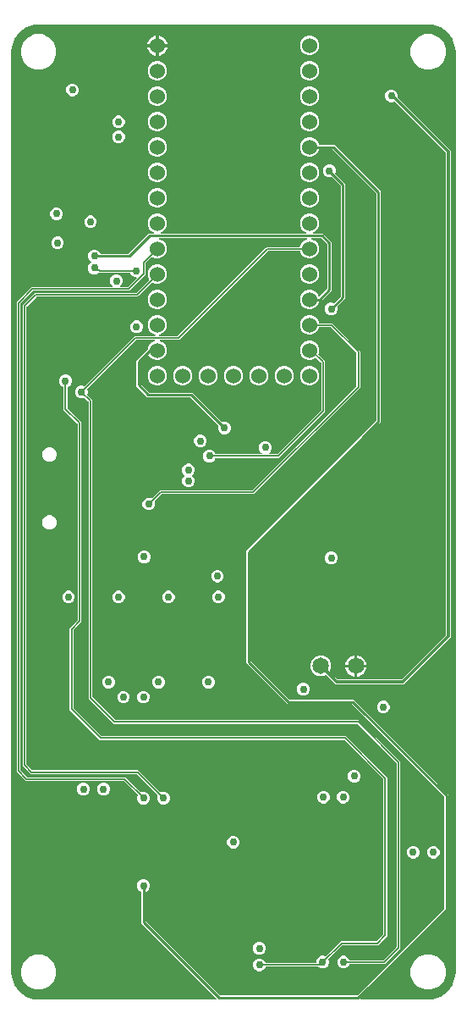
<source format=gbr>
G04 EAGLE Gerber RS-274X export*
G75*
%MOMM*%
%FSLAX34Y34*%
%LPD*%
%INCopper Layer 15*%
%IPPOS*%
%AMOC8*
5,1,8,0,0,1.08239X$1,22.5*%
G01*
%ADD10C,1.524000*%
%ADD11C,1.650000*%
%ADD12C,0.756400*%
%ADD13C,0.250000*%
%ADD14C,0.200000*%
%ADD15C,0.300000*%

G36*
X207851Y2552D02*
X207851Y2552D01*
X207922Y2554D01*
X207971Y2572D01*
X208023Y2580D01*
X208086Y2614D01*
X208153Y2639D01*
X208194Y2671D01*
X208240Y2696D01*
X208289Y2748D01*
X208345Y2792D01*
X208374Y2836D01*
X208409Y2874D01*
X208440Y2939D01*
X208478Y2999D01*
X208491Y3050D01*
X208513Y3097D01*
X208521Y3168D01*
X208538Y3238D01*
X208534Y3290D01*
X208540Y3341D01*
X208525Y3412D01*
X208519Y3483D01*
X208499Y3531D01*
X208488Y3582D01*
X208451Y3643D01*
X208423Y3709D01*
X208378Y3765D01*
X208362Y3793D01*
X208344Y3808D01*
X208318Y3840D01*
X208226Y3932D01*
X132949Y79209D01*
X132949Y109939D01*
X132930Y110053D01*
X132913Y110170D01*
X132911Y110175D01*
X132910Y110181D01*
X132855Y110284D01*
X132802Y110389D01*
X132797Y110393D01*
X132794Y110399D01*
X132710Y110479D01*
X132626Y110561D01*
X132620Y110565D01*
X132616Y110568D01*
X132599Y110576D01*
X132479Y110642D01*
X131518Y111040D01*
X129740Y112818D01*
X128777Y115142D01*
X128777Y117658D01*
X129740Y119982D01*
X131518Y121760D01*
X133842Y122723D01*
X136358Y122723D01*
X138682Y121760D01*
X140460Y119982D01*
X141423Y117658D01*
X141423Y115142D01*
X140460Y112818D01*
X138682Y111040D01*
X137721Y110642D01*
X137621Y110580D01*
X137521Y110520D01*
X137517Y110516D01*
X137512Y110512D01*
X137437Y110422D01*
X137361Y110333D01*
X137359Y110328D01*
X137355Y110323D01*
X137313Y110214D01*
X137269Y110105D01*
X137268Y110098D01*
X137267Y110093D01*
X137266Y110075D01*
X137251Y109939D01*
X137251Y81306D01*
X137265Y81216D01*
X137273Y81125D01*
X137285Y81095D01*
X137290Y81063D01*
X137333Y80983D01*
X137369Y80899D01*
X137395Y80867D01*
X137406Y80846D01*
X137429Y80824D01*
X137474Y80768D01*
X211268Y6974D01*
X211342Y6921D01*
X211411Y6861D01*
X211441Y6849D01*
X211468Y6830D01*
X211555Y6803D01*
X211639Y6769D01*
X211680Y6765D01*
X211703Y6758D01*
X211735Y6759D01*
X211806Y6751D01*
X348694Y6751D01*
X348784Y6765D01*
X348875Y6773D01*
X348905Y6785D01*
X348937Y6790D01*
X349017Y6833D01*
X349101Y6869D01*
X349133Y6895D01*
X349154Y6906D01*
X349176Y6929D01*
X349232Y6974D01*
X435726Y93468D01*
X435779Y93542D01*
X435839Y93611D01*
X435851Y93641D01*
X435870Y93668D01*
X435897Y93755D01*
X435931Y93839D01*
X435935Y93880D01*
X435942Y93903D01*
X435941Y93935D01*
X435949Y94006D01*
X435949Y205494D01*
X435935Y205584D01*
X435927Y205675D01*
X435915Y205705D01*
X435910Y205737D01*
X435867Y205817D01*
X435831Y205901D01*
X435805Y205933D01*
X435794Y205954D01*
X435771Y205976D01*
X435726Y206032D01*
X344132Y297626D01*
X344058Y297679D01*
X343989Y297739D01*
X343959Y297751D01*
X343932Y297770D01*
X343845Y297797D01*
X343761Y297831D01*
X343720Y297835D01*
X343697Y297842D01*
X343665Y297841D01*
X343594Y297849D01*
X279109Y297849D01*
X237849Y339109D01*
X237849Y450891D01*
X367626Y580668D01*
X367679Y580742D01*
X367739Y580811D01*
X367751Y580841D01*
X367770Y580868D01*
X367797Y580955D01*
X367831Y581039D01*
X367835Y581080D01*
X367842Y581103D01*
X367841Y581135D01*
X367849Y581206D01*
X367849Y808794D01*
X367835Y808884D01*
X367827Y808975D01*
X367815Y809005D01*
X367810Y809037D01*
X367767Y809117D01*
X367731Y809201D01*
X367705Y809233D01*
X367694Y809254D01*
X367671Y809276D01*
X367626Y809332D01*
X324732Y852226D01*
X324658Y852279D01*
X324589Y852339D01*
X324559Y852351D01*
X324532Y852370D01*
X324445Y852397D01*
X324361Y852431D01*
X324320Y852435D01*
X324297Y852442D01*
X324265Y852441D01*
X324194Y852449D01*
X311231Y852449D01*
X311116Y852430D01*
X311000Y852413D01*
X310995Y852411D01*
X310988Y852410D01*
X310886Y852355D01*
X310781Y852302D01*
X310777Y852297D01*
X310771Y852294D01*
X310691Y852210D01*
X310609Y852126D01*
X310605Y852120D01*
X310602Y852116D01*
X310594Y852099D01*
X310528Y851979D01*
X309356Y849150D01*
X306650Y846444D01*
X303114Y844979D01*
X299286Y844979D01*
X295750Y846444D01*
X293044Y849150D01*
X291579Y852686D01*
X291579Y856514D01*
X293044Y860050D01*
X295750Y862756D01*
X299286Y864221D01*
X303114Y864221D01*
X306650Y862756D01*
X309356Y860050D01*
X310528Y857221D01*
X310589Y857121D01*
X310649Y857021D01*
X310654Y857017D01*
X310658Y857012D01*
X310747Y856937D01*
X310836Y856861D01*
X310842Y856859D01*
X310847Y856855D01*
X310955Y856813D01*
X311064Y856769D01*
X311072Y856768D01*
X311077Y856767D01*
X311095Y856766D01*
X311231Y856751D01*
X326291Y856751D01*
X372151Y810891D01*
X372151Y579109D01*
X242374Y449332D01*
X242321Y449258D01*
X242261Y449189D01*
X242249Y449159D01*
X242230Y449132D01*
X242203Y449045D01*
X242169Y448961D01*
X242165Y448920D01*
X242158Y448897D01*
X242159Y448865D01*
X242151Y448794D01*
X242151Y341206D01*
X242165Y341116D01*
X242173Y341025D01*
X242185Y340995D01*
X242190Y340963D01*
X242233Y340883D01*
X242269Y340799D01*
X242295Y340767D01*
X242306Y340746D01*
X242329Y340724D01*
X242374Y340668D01*
X280668Y302374D01*
X280742Y302321D01*
X280811Y302261D01*
X280841Y302249D01*
X280868Y302230D01*
X280955Y302203D01*
X281039Y302169D01*
X281080Y302165D01*
X281103Y302158D01*
X281135Y302159D01*
X281206Y302151D01*
X345691Y302151D01*
X440251Y207591D01*
X440251Y91909D01*
X438768Y90426D01*
X352182Y3840D01*
X352140Y3782D01*
X352091Y3730D01*
X352069Y3683D01*
X352038Y3641D01*
X352017Y3572D01*
X351987Y3507D01*
X351981Y3455D01*
X351966Y3405D01*
X351968Y3334D01*
X351960Y3263D01*
X351971Y3212D01*
X351972Y3160D01*
X351997Y3092D01*
X352012Y3022D01*
X352039Y2978D01*
X352057Y2929D01*
X352102Y2873D01*
X352138Y2811D01*
X352178Y2777D01*
X352210Y2737D01*
X352271Y2698D01*
X352325Y2651D01*
X352374Y2632D01*
X352417Y2604D01*
X352487Y2586D01*
X352553Y2559D01*
X352625Y2551D01*
X352656Y2543D01*
X352679Y2545D01*
X352720Y2541D01*
X420000Y2541D01*
X420022Y2544D01*
X420060Y2543D01*
X424236Y2872D01*
X424242Y2873D01*
X424247Y2873D01*
X424412Y2907D01*
X432356Y5488D01*
X432388Y5504D01*
X432422Y5513D01*
X432568Y5596D01*
X439326Y10506D01*
X439351Y10531D01*
X439381Y10550D01*
X439494Y10674D01*
X444404Y17432D01*
X444420Y17464D01*
X444443Y17491D01*
X444512Y17644D01*
X447093Y25588D01*
X447094Y25594D01*
X447097Y25599D01*
X447128Y25764D01*
X447457Y29940D01*
X447455Y29962D01*
X447459Y30000D01*
X447459Y950000D01*
X447456Y950022D01*
X447457Y950060D01*
X447128Y954236D01*
X447127Y954242D01*
X447127Y954247D01*
X447093Y954412D01*
X444512Y962356D01*
X444496Y962388D01*
X444487Y962422D01*
X444404Y962568D01*
X439494Y969326D01*
X439469Y969351D01*
X439450Y969381D01*
X439326Y969494D01*
X432568Y974404D01*
X432536Y974420D01*
X432509Y974443D01*
X432356Y974512D01*
X424412Y977093D01*
X424406Y977094D01*
X424401Y977097D01*
X424236Y977128D01*
X420060Y977457D01*
X420038Y977455D01*
X420000Y977459D01*
X30000Y977459D01*
X29978Y977456D01*
X29940Y977457D01*
X25764Y977128D01*
X25758Y977127D01*
X25753Y977127D01*
X25588Y977093D01*
X17644Y974512D01*
X17612Y974496D01*
X17578Y974487D01*
X17432Y974404D01*
X10674Y969494D01*
X10649Y969469D01*
X10619Y969450D01*
X10506Y969326D01*
X5596Y962568D01*
X5580Y962536D01*
X5557Y962509D01*
X5488Y962356D01*
X2907Y954412D01*
X2906Y954406D01*
X2903Y954401D01*
X2872Y954236D01*
X2543Y950060D01*
X2545Y950038D01*
X2541Y950000D01*
X2541Y30000D01*
X2544Y29978D01*
X2543Y29940D01*
X2872Y25764D01*
X2873Y25758D01*
X2873Y25753D01*
X2907Y25588D01*
X5488Y17644D01*
X5504Y17612D01*
X5513Y17578D01*
X5596Y17432D01*
X10506Y10674D01*
X10531Y10649D01*
X10550Y10619D01*
X10674Y10506D01*
X17432Y5596D01*
X17464Y5580D01*
X17491Y5557D01*
X17644Y5488D01*
X25588Y2907D01*
X25594Y2906D01*
X25599Y2903D01*
X25764Y2872D01*
X29940Y2543D01*
X29962Y2545D01*
X30000Y2541D01*
X207780Y2541D01*
X207851Y2552D01*
G37*
%LPC*%
G36*
X333942Y33677D02*
X333942Y33677D01*
X331618Y34640D01*
X329840Y36418D01*
X328877Y38742D01*
X328877Y41258D01*
X329840Y43582D01*
X331618Y45360D01*
X333942Y46323D01*
X336458Y46323D01*
X338782Y45360D01*
X340560Y43582D01*
X341062Y42371D01*
X341124Y42271D01*
X341183Y42171D01*
X341188Y42167D01*
X341191Y42162D01*
X341282Y42087D01*
X341370Y42011D01*
X341376Y42009D01*
X341381Y42005D01*
X341489Y41963D01*
X341598Y41919D01*
X341606Y41918D01*
X341610Y41917D01*
X341629Y41916D01*
X341765Y41901D01*
X374897Y41901D01*
X374987Y41915D01*
X375078Y41923D01*
X375108Y41935D01*
X375140Y41940D01*
X375221Y41983D01*
X375305Y42019D01*
X375337Y42045D01*
X375357Y42056D01*
X375380Y42079D01*
X375436Y42124D01*
X387876Y54564D01*
X387924Y54630D01*
X387932Y54639D01*
X387934Y54644D01*
X387989Y54708D01*
X388001Y54738D01*
X388020Y54764D01*
X388047Y54851D01*
X388081Y54936D01*
X388085Y54977D01*
X388092Y54999D01*
X388091Y55031D01*
X388099Y55103D01*
X388099Y238897D01*
X388085Y238987D01*
X388077Y239078D01*
X388065Y239108D01*
X388060Y239140D01*
X388017Y239221D01*
X387981Y239305D01*
X387955Y239337D01*
X387944Y239357D01*
X387921Y239380D01*
X387876Y239436D01*
X349436Y277876D01*
X349362Y277929D01*
X349292Y277989D01*
X349262Y278001D01*
X349236Y278020D01*
X349149Y278047D01*
X349064Y278081D01*
X349023Y278085D01*
X349001Y278092D01*
X348969Y278091D01*
X348897Y278099D01*
X105213Y278099D01*
X80099Y303213D01*
X80099Y599897D01*
X80085Y599987D01*
X80077Y600078D01*
X80065Y600108D01*
X80060Y600140D01*
X80017Y600221D01*
X79981Y600305D01*
X79955Y600337D01*
X79944Y600357D01*
X79921Y600380D01*
X79876Y600436D01*
X76298Y604014D01*
X76204Y604081D01*
X76109Y604152D01*
X76103Y604154D01*
X76098Y604157D01*
X75988Y604191D01*
X75876Y604228D01*
X75869Y604228D01*
X75863Y604230D01*
X75747Y604227D01*
X75630Y604226D01*
X75622Y604223D01*
X75617Y604223D01*
X75600Y604217D01*
X75469Y604179D01*
X74258Y603677D01*
X71742Y603677D01*
X69418Y604640D01*
X67640Y606418D01*
X66677Y608742D01*
X66677Y611258D01*
X67640Y613582D01*
X69418Y615360D01*
X71742Y616323D01*
X74258Y616323D01*
X75469Y615821D01*
X75582Y615795D01*
X75696Y615766D01*
X75702Y615766D01*
X75708Y615765D01*
X75825Y615776D01*
X75941Y615785D01*
X75947Y615788D01*
X75953Y615788D01*
X76060Y615836D01*
X76167Y615881D01*
X76173Y615886D01*
X76178Y615888D01*
X76191Y615901D01*
X76298Y615986D01*
X126213Y665901D01*
X146146Y665901D01*
X146242Y665916D01*
X146339Y665926D01*
X146363Y665936D01*
X146389Y665940D01*
X146475Y665986D01*
X146564Y666026D01*
X146583Y666043D01*
X146606Y666056D01*
X146673Y666126D01*
X146745Y666192D01*
X146757Y666215D01*
X146775Y666234D01*
X146816Y666322D01*
X146863Y666408D01*
X146868Y666433D01*
X146879Y666457D01*
X146890Y666554D01*
X146907Y666650D01*
X146903Y666676D01*
X146906Y666701D01*
X146885Y666797D01*
X146871Y666893D01*
X146859Y666916D01*
X146854Y666942D01*
X146804Y667025D01*
X146760Y667112D01*
X146741Y667131D01*
X146728Y667153D01*
X146654Y667216D01*
X146584Y667284D01*
X146556Y667300D01*
X146541Y667313D01*
X146510Y667325D01*
X146437Y667365D01*
X143350Y668644D01*
X140644Y671350D01*
X139179Y674886D01*
X139179Y678714D01*
X140644Y682250D01*
X143350Y684956D01*
X146886Y686421D01*
X150714Y686421D01*
X154250Y684956D01*
X156956Y682250D01*
X158421Y678714D01*
X158421Y674886D01*
X156956Y671350D01*
X154250Y668644D01*
X151163Y667365D01*
X151080Y667314D01*
X150994Y667268D01*
X150976Y667249D01*
X150954Y667236D01*
X150892Y667161D01*
X150825Y667090D01*
X150814Y667066D01*
X150797Y667046D01*
X150762Y666955D01*
X150721Y666867D01*
X150718Y666841D01*
X150709Y666817D01*
X150705Y666719D01*
X150694Y666623D01*
X150699Y666597D01*
X150698Y666571D01*
X150725Y666477D01*
X150746Y666382D01*
X150760Y666360D01*
X150767Y666335D01*
X150822Y666255D01*
X150872Y666171D01*
X150892Y666154D01*
X150907Y666133D01*
X150985Y666074D01*
X151059Y666011D01*
X151083Y666001D01*
X151104Y665986D01*
X151197Y665956D01*
X151287Y665919D01*
X151320Y665916D01*
X151338Y665910D01*
X151371Y665910D01*
X151454Y665901D01*
X168997Y665901D01*
X169087Y665915D01*
X169178Y665923D01*
X169208Y665935D01*
X169240Y665940D01*
X169321Y665983D01*
X169405Y666019D01*
X169437Y666045D01*
X169458Y666056D01*
X169480Y666079D01*
X169536Y666124D01*
X256976Y753564D01*
X258313Y754901D01*
X291065Y754901D01*
X291180Y754920D01*
X291296Y754937D01*
X291302Y754939D01*
X291308Y754940D01*
X291411Y754995D01*
X291515Y755048D01*
X291520Y755053D01*
X291525Y755056D01*
X291605Y755140D01*
X291688Y755224D01*
X291691Y755230D01*
X291695Y755234D01*
X291703Y755251D01*
X291769Y755371D01*
X293044Y758450D01*
X295750Y761156D01*
X298717Y762385D01*
X298799Y762436D01*
X298885Y762482D01*
X298903Y762501D01*
X298926Y762514D01*
X298988Y762589D01*
X299055Y762660D01*
X299066Y762684D01*
X299082Y762704D01*
X299117Y762795D01*
X299158Y762883D01*
X299161Y762909D01*
X299171Y762933D01*
X299175Y763031D01*
X299185Y763127D01*
X299180Y763153D01*
X299181Y763179D01*
X299154Y763273D01*
X299133Y763368D01*
X299120Y763390D01*
X299112Y763415D01*
X299057Y763495D01*
X299007Y763579D01*
X298987Y763596D01*
X298972Y763617D01*
X298894Y763676D01*
X298820Y763739D01*
X298796Y763749D01*
X298775Y763764D01*
X298682Y763794D01*
X298592Y763831D01*
X298559Y763834D01*
X298541Y763840D01*
X298508Y763840D01*
X298425Y763849D01*
X151575Y763849D01*
X151479Y763834D01*
X151382Y763824D01*
X151358Y763814D01*
X151332Y763810D01*
X151246Y763764D01*
X151157Y763724D01*
X151138Y763707D01*
X151115Y763694D01*
X151048Y763624D01*
X150976Y763558D01*
X150963Y763535D01*
X150945Y763516D01*
X150904Y763428D01*
X150857Y763342D01*
X150853Y763317D01*
X150842Y763293D01*
X150831Y763196D01*
X150814Y763100D01*
X150817Y763074D01*
X150815Y763049D01*
X150835Y762953D01*
X150849Y762857D01*
X150861Y762834D01*
X150867Y762808D01*
X150917Y762725D01*
X150961Y762638D01*
X150980Y762619D01*
X150993Y762597D01*
X151067Y762534D01*
X151136Y762466D01*
X151165Y762450D01*
X151180Y762437D01*
X151211Y762425D01*
X151283Y762385D01*
X154250Y761156D01*
X156956Y758450D01*
X158421Y754914D01*
X158421Y751086D01*
X156956Y747550D01*
X154250Y744844D01*
X150714Y743379D01*
X146886Y743379D01*
X143807Y744655D01*
X143694Y744681D01*
X143580Y744710D01*
X143574Y744709D01*
X143568Y744711D01*
X143451Y744700D01*
X143335Y744691D01*
X143329Y744688D01*
X143323Y744688D01*
X143215Y744640D01*
X143109Y744594D01*
X143103Y744590D01*
X143098Y744588D01*
X143084Y744575D01*
X142978Y744490D01*
X137446Y738958D01*
X137393Y738884D01*
X137333Y738814D01*
X137321Y738784D01*
X137302Y738758D01*
X137275Y738671D01*
X137241Y738586D01*
X137237Y738545D01*
X137230Y738523D01*
X137231Y738491D01*
X137223Y738419D01*
X137223Y727180D01*
X121042Y710999D01*
X25003Y710999D01*
X24913Y710985D01*
X24822Y710977D01*
X24792Y710965D01*
X24760Y710960D01*
X24679Y710917D01*
X24595Y710881D01*
X24563Y710855D01*
X24543Y710844D01*
X24520Y710821D01*
X24464Y710776D01*
X12124Y698436D01*
X12071Y698362D01*
X12011Y698292D01*
X11999Y698262D01*
X11980Y698236D01*
X11953Y698149D01*
X11919Y698064D01*
X11915Y698023D01*
X11908Y698001D01*
X11909Y697969D01*
X11901Y697897D01*
X11901Y232103D01*
X11915Y232013D01*
X11923Y231922D01*
X11935Y231892D01*
X11940Y231860D01*
X11983Y231779D01*
X12019Y231695D01*
X12045Y231663D01*
X12056Y231643D01*
X12079Y231620D01*
X12124Y231564D01*
X18564Y225124D01*
X18638Y225071D01*
X18708Y225011D01*
X18738Y224999D01*
X18764Y224980D01*
X18851Y224953D01*
X18936Y224919D01*
X18977Y224915D01*
X18999Y224908D01*
X19031Y224909D01*
X19103Y224901D01*
X116787Y224901D01*
X118124Y223564D01*
X131702Y209986D01*
X131797Y209918D01*
X131891Y209848D01*
X131897Y209846D01*
X131902Y209843D01*
X132013Y209808D01*
X132124Y209772D01*
X132131Y209772D01*
X132137Y209770D01*
X132253Y209773D01*
X132370Y209774D01*
X132378Y209777D01*
X132383Y209777D01*
X132400Y209783D01*
X132531Y209821D01*
X133742Y210323D01*
X136258Y210323D01*
X138582Y209360D01*
X140360Y207582D01*
X141323Y205258D01*
X141323Y202742D01*
X140360Y200418D01*
X138582Y198640D01*
X136258Y197677D01*
X133742Y197677D01*
X131418Y198640D01*
X129640Y200418D01*
X128677Y202742D01*
X128677Y205258D01*
X129179Y206469D01*
X129206Y206582D01*
X129234Y206696D01*
X129234Y206702D01*
X129235Y206708D01*
X129224Y206824D01*
X129215Y206941D01*
X129213Y206947D01*
X129212Y206953D01*
X129164Y207061D01*
X129119Y207167D01*
X129114Y207173D01*
X129112Y207178D01*
X129099Y207192D01*
X129014Y207298D01*
X115436Y220876D01*
X115362Y220929D01*
X115292Y220989D01*
X115262Y221001D01*
X115236Y221020D01*
X115149Y221047D01*
X115064Y221081D01*
X115023Y221085D01*
X115001Y221092D01*
X114969Y221091D01*
X114897Y221099D01*
X17213Y221099D01*
X8099Y230213D01*
X8099Y699787D01*
X23113Y714801D01*
X103420Y714801D01*
X103490Y714812D01*
X103562Y714814D01*
X103611Y714832D01*
X103663Y714840D01*
X103726Y714874D01*
X103793Y714899D01*
X103834Y714931D01*
X103880Y714956D01*
X103929Y715008D01*
X103985Y715052D01*
X104013Y715096D01*
X104049Y715134D01*
X104079Y715199D01*
X104118Y715259D01*
X104131Y715310D01*
X104153Y715357D01*
X104161Y715428D01*
X104178Y715498D01*
X104174Y715550D01*
X104180Y715601D01*
X104165Y715672D01*
X104159Y715743D01*
X104139Y715791D01*
X104128Y715842D01*
X104091Y715903D01*
X104063Y715969D01*
X104018Y716025D01*
X104002Y716053D01*
X103984Y716068D01*
X103958Y716100D01*
X102640Y717418D01*
X101677Y719742D01*
X101677Y722258D01*
X102640Y724582D01*
X104418Y726360D01*
X106742Y727323D01*
X109258Y727323D01*
X111582Y726360D01*
X113360Y724582D01*
X114323Y722258D01*
X114323Y719742D01*
X113360Y717418D01*
X112042Y716100D01*
X112000Y716042D01*
X111951Y715990D01*
X111929Y715943D01*
X111898Y715901D01*
X111877Y715832D01*
X111847Y715767D01*
X111841Y715715D01*
X111826Y715665D01*
X111828Y715594D01*
X111820Y715523D01*
X111831Y715472D01*
X111832Y715420D01*
X111857Y715352D01*
X111872Y715282D01*
X111899Y715237D01*
X111917Y715189D01*
X111962Y715133D01*
X111998Y715071D01*
X112038Y715037D01*
X112071Y714997D01*
X112131Y714958D01*
X112185Y714911D01*
X112234Y714892D01*
X112277Y714864D01*
X112347Y714846D01*
X112414Y714819D01*
X112485Y714811D01*
X112516Y714803D01*
X112539Y714805D01*
X112580Y714801D01*
X119152Y714801D01*
X119242Y714815D01*
X119333Y714823D01*
X119363Y714835D01*
X119395Y714840D01*
X119476Y714883D01*
X119560Y714919D01*
X119592Y714945D01*
X119612Y714956D01*
X119635Y714979D01*
X119691Y715024D01*
X128045Y723378D01*
X128086Y723436D01*
X128136Y723488D01*
X128158Y723535D01*
X128188Y723577D01*
X128209Y723646D01*
X128239Y723711D01*
X128245Y723763D01*
X128260Y723813D01*
X128259Y723884D01*
X128267Y723955D01*
X128255Y724006D01*
X128254Y724058D01*
X128229Y724126D01*
X128214Y724196D01*
X128188Y724241D01*
X128170Y724289D01*
X128125Y724345D01*
X128088Y724407D01*
X128049Y724441D01*
X128016Y724481D01*
X127956Y724520D01*
X127901Y724567D01*
X127853Y724586D01*
X127809Y724614D01*
X127740Y724632D01*
X127673Y724659D01*
X127602Y724667D01*
X127571Y724675D01*
X127547Y724673D01*
X127506Y724677D01*
X126742Y724677D01*
X124418Y725640D01*
X122640Y727418D01*
X122138Y728629D01*
X122076Y728729D01*
X122017Y728829D01*
X122012Y728833D01*
X122009Y728838D01*
X121918Y728913D01*
X121830Y728989D01*
X121824Y728991D01*
X121819Y728995D01*
X121711Y729037D01*
X121602Y729081D01*
X121594Y729082D01*
X121590Y729083D01*
X121571Y729084D01*
X121435Y729099D01*
X91328Y729099D01*
X91318Y729098D01*
X91309Y729099D01*
X91143Y729077D01*
X90692Y728964D01*
X90666Y728974D01*
X90624Y729001D01*
X90553Y729019D01*
X90484Y729046D01*
X90434Y729049D01*
X90385Y729061D01*
X90312Y729056D01*
X90239Y729060D01*
X90190Y729046D01*
X90140Y729042D01*
X90072Y729014D01*
X90002Y728994D01*
X89960Y728966D01*
X89914Y728946D01*
X89819Y728870D01*
X89798Y728856D01*
X89793Y728849D01*
X89783Y728841D01*
X89582Y728640D01*
X87258Y727677D01*
X84742Y727677D01*
X82418Y728640D01*
X80640Y730418D01*
X79677Y732742D01*
X79677Y735258D01*
X80640Y737582D01*
X82520Y739462D01*
X82532Y739478D01*
X82547Y739490D01*
X82603Y739578D01*
X82664Y739661D01*
X82669Y739680D01*
X82680Y739697D01*
X82705Y739798D01*
X82736Y739897D01*
X82735Y739916D01*
X82740Y739936D01*
X82732Y740039D01*
X82730Y740142D01*
X82723Y740161D01*
X82721Y740181D01*
X82681Y740276D01*
X82645Y740373D01*
X82633Y740389D01*
X82625Y740407D01*
X82520Y740538D01*
X80640Y742418D01*
X79677Y744742D01*
X79677Y747258D01*
X80640Y749582D01*
X82418Y751360D01*
X84742Y752323D01*
X87258Y752323D01*
X89582Y751360D01*
X91360Y749582D01*
X91758Y748621D01*
X91820Y748521D01*
X91880Y748421D01*
X91884Y748417D01*
X91888Y748412D01*
X91978Y748337D01*
X92067Y748261D01*
X92072Y748259D01*
X92077Y748255D01*
X92186Y748213D01*
X92295Y748169D01*
X92302Y748168D01*
X92307Y748167D01*
X92325Y748166D01*
X92461Y748151D01*
X119794Y748151D01*
X119884Y748165D01*
X119975Y748173D01*
X120005Y748185D01*
X120037Y748190D01*
X120117Y748233D01*
X120201Y748269D01*
X120233Y748295D01*
X120254Y748306D01*
X120276Y748329D01*
X120332Y748374D01*
X140109Y768151D01*
X144577Y768151D01*
X144673Y768166D01*
X144770Y768176D01*
X144794Y768186D01*
X144819Y768190D01*
X144905Y768236D01*
X144994Y768276D01*
X145014Y768293D01*
X145037Y768306D01*
X145104Y768376D01*
X145176Y768442D01*
X145188Y768465D01*
X145206Y768484D01*
X145247Y768572D01*
X145294Y768658D01*
X145299Y768683D01*
X145310Y768707D01*
X145321Y768804D01*
X145338Y768900D01*
X145334Y768926D01*
X145337Y768951D01*
X145316Y769047D01*
X145302Y769143D01*
X145290Y769166D01*
X145285Y769192D01*
X145235Y769275D01*
X145191Y769362D01*
X145172Y769381D01*
X145158Y769403D01*
X145085Y769466D01*
X145015Y769534D01*
X144986Y769550D01*
X144972Y769563D01*
X144941Y769575D01*
X144868Y769615D01*
X143350Y770244D01*
X140644Y772950D01*
X139179Y776486D01*
X139179Y780314D01*
X140644Y783850D01*
X143350Y786556D01*
X146886Y788021D01*
X150714Y788021D01*
X154250Y786556D01*
X156956Y783850D01*
X158421Y780314D01*
X158421Y776486D01*
X156956Y772950D01*
X154250Y770244D01*
X152732Y769615D01*
X152649Y769564D01*
X152563Y769518D01*
X152545Y769500D01*
X152523Y769486D01*
X152461Y769410D01*
X152394Y769340D01*
X152383Y769316D01*
X152366Y769296D01*
X152331Y769205D01*
X152290Y769117D01*
X152287Y769091D01*
X152278Y769067D01*
X152274Y768969D01*
X152263Y768873D01*
X152269Y768847D01*
X152268Y768821D01*
X152295Y768727D01*
X152315Y768632D01*
X152329Y768610D01*
X152336Y768585D01*
X152392Y768505D01*
X152442Y768421D01*
X152461Y768404D01*
X152476Y768383D01*
X152554Y768324D01*
X152628Y768261D01*
X152653Y768251D01*
X152674Y768236D01*
X152766Y768206D01*
X152857Y768169D01*
X152889Y768166D01*
X152908Y768160D01*
X152941Y768160D01*
X153023Y768151D01*
X296977Y768151D01*
X297073Y768166D01*
X297170Y768176D01*
X297194Y768186D01*
X297219Y768190D01*
X297305Y768236D01*
X297394Y768276D01*
X297414Y768293D01*
X297437Y768306D01*
X297504Y768376D01*
X297576Y768442D01*
X297588Y768465D01*
X297606Y768484D01*
X297647Y768572D01*
X297694Y768658D01*
X297699Y768683D01*
X297710Y768707D01*
X297721Y768804D01*
X297738Y768900D01*
X297734Y768926D01*
X297737Y768951D01*
X297716Y769047D01*
X297702Y769143D01*
X297690Y769166D01*
X297685Y769192D01*
X297635Y769275D01*
X297591Y769362D01*
X297572Y769381D01*
X297558Y769403D01*
X297485Y769466D01*
X297415Y769534D01*
X297386Y769550D01*
X297372Y769563D01*
X297341Y769575D01*
X297268Y769615D01*
X295750Y770244D01*
X293044Y772950D01*
X291579Y776486D01*
X291579Y780314D01*
X293044Y783850D01*
X295750Y786556D01*
X299286Y788021D01*
X303114Y788021D01*
X306650Y786556D01*
X309356Y783850D01*
X310821Y780314D01*
X310821Y776486D01*
X309356Y772950D01*
X306650Y770244D01*
X305132Y769615D01*
X305049Y769564D01*
X304963Y769518D01*
X304945Y769500D01*
X304923Y769486D01*
X304861Y769410D01*
X304794Y769340D01*
X304783Y769316D01*
X304766Y769296D01*
X304731Y769205D01*
X304690Y769117D01*
X304687Y769091D01*
X304678Y769067D01*
X304674Y768969D01*
X304663Y768873D01*
X304669Y768847D01*
X304668Y768821D01*
X304695Y768727D01*
X304715Y768632D01*
X304729Y768610D01*
X304736Y768585D01*
X304792Y768505D01*
X304842Y768421D01*
X304861Y768404D01*
X304876Y768383D01*
X304954Y768324D01*
X305028Y768261D01*
X305053Y768251D01*
X305074Y768236D01*
X305166Y768206D01*
X305257Y768169D01*
X305289Y768166D01*
X305308Y768160D01*
X305341Y768160D01*
X305423Y768151D01*
X314891Y768151D01*
X323151Y759891D01*
X323151Y711109D01*
X312091Y700049D01*
X311231Y700049D01*
X311116Y700030D01*
X311000Y700013D01*
X310995Y700011D01*
X310988Y700010D01*
X310886Y699955D01*
X310781Y699902D01*
X310777Y699897D01*
X310771Y699894D01*
X310691Y699810D01*
X310609Y699726D01*
X310605Y699720D01*
X310602Y699716D01*
X310594Y699699D01*
X310528Y699579D01*
X309356Y696750D01*
X306650Y694044D01*
X303114Y692579D01*
X299286Y692579D01*
X295750Y694044D01*
X293044Y696750D01*
X291579Y700286D01*
X291579Y704114D01*
X293044Y707650D01*
X295750Y710356D01*
X299286Y711821D01*
X303114Y711821D01*
X306650Y710356D01*
X309356Y707650D01*
X310165Y705696D01*
X310190Y705657D01*
X310205Y705614D01*
X310254Y705553D01*
X310295Y705487D01*
X310330Y705457D01*
X310359Y705421D01*
X310425Y705379D01*
X310485Y705330D01*
X310527Y705313D01*
X310566Y705288D01*
X310642Y705269D01*
X310714Y705242D01*
X310760Y705240D01*
X310805Y705228D01*
X310882Y705234D01*
X310960Y705231D01*
X311004Y705244D01*
X311050Y705248D01*
X311121Y705278D01*
X311196Y705300D01*
X311234Y705326D01*
X311276Y705344D01*
X311383Y705429D01*
X311398Y705440D01*
X311401Y705444D01*
X311407Y705449D01*
X318626Y712668D01*
X318679Y712742D01*
X318739Y712811D01*
X318751Y712841D01*
X318770Y712868D01*
X318797Y712955D01*
X318831Y713039D01*
X318835Y713080D01*
X318842Y713103D01*
X318841Y713135D01*
X318849Y713206D01*
X318849Y757794D01*
X318835Y757884D01*
X318827Y757975D01*
X318815Y758005D01*
X318810Y758037D01*
X318767Y758117D01*
X318731Y758201D01*
X318705Y758233D01*
X318694Y758254D01*
X318671Y758276D01*
X318626Y758332D01*
X313332Y763626D01*
X313258Y763679D01*
X313189Y763739D01*
X313159Y763751D01*
X313132Y763770D01*
X313045Y763797D01*
X312961Y763831D01*
X312920Y763835D01*
X312897Y763842D01*
X312865Y763841D01*
X312794Y763849D01*
X303975Y763849D01*
X303879Y763834D01*
X303782Y763824D01*
X303758Y763814D01*
X303732Y763810D01*
X303646Y763764D01*
X303557Y763724D01*
X303538Y763707D01*
X303515Y763694D01*
X303448Y763624D01*
X303376Y763558D01*
X303363Y763535D01*
X303345Y763516D01*
X303304Y763428D01*
X303257Y763342D01*
X303253Y763317D01*
X303242Y763293D01*
X303231Y763196D01*
X303214Y763100D01*
X303217Y763074D01*
X303215Y763049D01*
X303235Y762953D01*
X303249Y762857D01*
X303261Y762834D01*
X303267Y762808D01*
X303317Y762725D01*
X303361Y762638D01*
X303380Y762619D01*
X303393Y762597D01*
X303467Y762534D01*
X303536Y762466D01*
X303565Y762450D01*
X303580Y762437D01*
X303611Y762425D01*
X303683Y762385D01*
X306650Y761156D01*
X309356Y758450D01*
X310821Y754914D01*
X310821Y751086D01*
X309356Y747550D01*
X306650Y744844D01*
X303114Y743379D01*
X299286Y743379D01*
X295750Y744844D01*
X293044Y747550D01*
X291769Y750629D01*
X291707Y750729D01*
X291647Y750829D01*
X291642Y750833D01*
X291639Y750838D01*
X291549Y750913D01*
X291460Y750989D01*
X291454Y750991D01*
X291449Y750995D01*
X291341Y751037D01*
X291232Y751081D01*
X291224Y751082D01*
X291220Y751083D01*
X291202Y751084D01*
X291065Y751099D01*
X260203Y751099D01*
X260113Y751085D01*
X260022Y751077D01*
X259992Y751065D01*
X259960Y751060D01*
X259879Y751017D01*
X259795Y750981D01*
X259763Y750955D01*
X259743Y750944D01*
X259720Y750921D01*
X259664Y750876D01*
X172224Y663436D01*
X170887Y662099D01*
X151937Y662099D01*
X151841Y662084D01*
X151744Y662074D01*
X151720Y662064D01*
X151694Y662060D01*
X151608Y662014D01*
X151519Y661974D01*
X151500Y661957D01*
X151477Y661944D01*
X151410Y661874D01*
X151338Y661808D01*
X151325Y661785D01*
X151307Y661766D01*
X151266Y661678D01*
X151219Y661592D01*
X151215Y661567D01*
X151204Y661543D01*
X151193Y661446D01*
X151176Y661350D01*
X151180Y661324D01*
X151177Y661299D01*
X151197Y661203D01*
X151212Y661107D01*
X151223Y661084D01*
X151229Y661058D01*
X151279Y660975D01*
X151323Y660888D01*
X151342Y660869D01*
X151355Y660847D01*
X151429Y660784D01*
X151499Y660716D01*
X151527Y660700D01*
X151542Y660687D01*
X151573Y660675D01*
X151646Y660635D01*
X154250Y659556D01*
X156956Y656850D01*
X158421Y653314D01*
X158421Y649486D01*
X156956Y645950D01*
X154250Y643244D01*
X150714Y641779D01*
X146886Y641779D01*
X143350Y643244D01*
X140644Y645950D01*
X140596Y646066D01*
X140572Y646105D01*
X140556Y646148D01*
X140507Y646209D01*
X140466Y646275D01*
X140431Y646304D01*
X140402Y646340D01*
X140337Y646382D01*
X140277Y646432D01*
X140234Y646448D01*
X140196Y646473D01*
X140120Y646492D01*
X140047Y646520D01*
X140002Y646522D01*
X139957Y646533D01*
X139879Y646527D01*
X139802Y646530D01*
X139757Y646518D01*
X139712Y646514D01*
X139640Y646484D01*
X139565Y646462D01*
X139528Y646436D01*
X139485Y646418D01*
X139379Y646332D01*
X139363Y646322D01*
X139360Y646318D01*
X139354Y646313D01*
X132374Y639332D01*
X132321Y639258D01*
X132261Y639189D01*
X132249Y639159D01*
X132230Y639132D01*
X132203Y639045D01*
X132169Y638961D01*
X132165Y638920D01*
X132158Y638897D01*
X132159Y638865D01*
X132151Y638794D01*
X132151Y618206D01*
X132165Y618116D01*
X132173Y618025D01*
X132185Y617995D01*
X132190Y617963D01*
X132233Y617883D01*
X132269Y617799D01*
X132295Y617767D01*
X132306Y617746D01*
X132329Y617724D01*
X132374Y617668D01*
X140668Y609374D01*
X140742Y609321D01*
X140811Y609261D01*
X140841Y609249D01*
X140868Y609230D01*
X140955Y609203D01*
X141039Y609169D01*
X141080Y609165D01*
X141103Y609158D01*
X141135Y609159D01*
X141206Y609151D01*
X183891Y609151D01*
X185374Y607668D01*
X212952Y580090D01*
X213047Y580022D01*
X213141Y579952D01*
X213147Y579950D01*
X213152Y579946D01*
X213263Y579912D01*
X213374Y579876D01*
X213381Y579876D01*
X213387Y579874D01*
X213503Y579877D01*
X213620Y579878D01*
X213628Y579880D01*
X213633Y579880D01*
X213650Y579887D01*
X213781Y579925D01*
X214742Y580323D01*
X217258Y580323D01*
X219582Y579360D01*
X221360Y577582D01*
X222323Y575258D01*
X222323Y572742D01*
X221360Y570418D01*
X219582Y568640D01*
X217258Y567677D01*
X214742Y567677D01*
X212418Y568640D01*
X210640Y570418D01*
X209677Y572742D01*
X209677Y575258D01*
X210075Y576219D01*
X210102Y576332D01*
X210131Y576446D01*
X210130Y576452D01*
X210131Y576458D01*
X210120Y576574D01*
X210111Y576691D01*
X210109Y576697D01*
X210108Y576703D01*
X210069Y576791D01*
X210067Y576803D01*
X210056Y576820D01*
X210015Y576917D01*
X210010Y576923D01*
X210008Y576928D01*
X209996Y576941D01*
X209949Y577000D01*
X209940Y577014D01*
X209931Y577022D01*
X209910Y577048D01*
X182332Y604626D01*
X182258Y604679D01*
X182189Y604739D01*
X182159Y604751D01*
X182132Y604770D01*
X182045Y604797D01*
X181961Y604831D01*
X181920Y604835D01*
X181897Y604842D01*
X181865Y604841D01*
X181794Y604849D01*
X139109Y604849D01*
X127849Y616109D01*
X127849Y640891D01*
X138956Y651998D01*
X139009Y652072D01*
X139069Y652141D01*
X139081Y652171D01*
X139100Y652198D01*
X139127Y652285D01*
X139161Y652369D01*
X139165Y652410D01*
X139172Y652433D01*
X139171Y652465D01*
X139179Y652536D01*
X139179Y653314D01*
X140644Y656850D01*
X143350Y659556D01*
X145954Y660635D01*
X146037Y660686D01*
X146123Y660732D01*
X146141Y660751D01*
X146163Y660764D01*
X146226Y660839D01*
X146293Y660910D01*
X146304Y660934D01*
X146320Y660954D01*
X146355Y661045D01*
X146396Y661133D01*
X146399Y661159D01*
X146408Y661183D01*
X146413Y661281D01*
X146423Y661377D01*
X146418Y661403D01*
X146419Y661429D01*
X146392Y661523D01*
X146371Y661618D01*
X146358Y661640D01*
X146350Y661665D01*
X146295Y661745D01*
X146245Y661829D01*
X146225Y661846D01*
X146210Y661867D01*
X146132Y661926D01*
X146058Y661989D01*
X146034Y661999D01*
X146013Y662014D01*
X145920Y662044D01*
X145830Y662081D01*
X145797Y662084D01*
X145779Y662090D01*
X145746Y662090D01*
X145663Y662099D01*
X128103Y662099D01*
X128013Y662085D01*
X127922Y662077D01*
X127892Y662065D01*
X127860Y662060D01*
X127779Y662017D01*
X127695Y661981D01*
X127663Y661955D01*
X127643Y661944D01*
X127620Y661921D01*
X127564Y661876D01*
X78986Y613298D01*
X78919Y613204D01*
X78848Y613109D01*
X78846Y613103D01*
X78843Y613098D01*
X78809Y612988D01*
X78772Y612876D01*
X78772Y612869D01*
X78770Y612863D01*
X78773Y612747D01*
X78774Y612630D01*
X78777Y612622D01*
X78777Y612617D01*
X78783Y612600D01*
X78821Y612469D01*
X79323Y611258D01*
X79323Y608742D01*
X78821Y607531D01*
X78795Y607418D01*
X78766Y607304D01*
X78766Y607298D01*
X78765Y607292D01*
X78776Y607175D01*
X78785Y607059D01*
X78788Y607053D01*
X78788Y607047D01*
X78836Y606940D01*
X78881Y606833D01*
X78886Y606827D01*
X78888Y606822D01*
X78901Y606809D01*
X78986Y606702D01*
X83901Y601787D01*
X83901Y305103D01*
X83915Y305013D01*
X83923Y304922D01*
X83935Y304892D01*
X83940Y304860D01*
X83983Y304779D01*
X84019Y304695D01*
X84045Y304663D01*
X84056Y304643D01*
X84079Y304620D01*
X84124Y304564D01*
X106564Y282124D01*
X106638Y282071D01*
X106708Y282011D01*
X106738Y281999D01*
X106764Y281980D01*
X106851Y281953D01*
X106936Y281919D01*
X106977Y281915D01*
X106999Y281908D01*
X107031Y281909D01*
X107103Y281901D01*
X350787Y281901D01*
X391901Y240787D01*
X391901Y53213D01*
X390564Y51876D01*
X376787Y38099D01*
X341765Y38099D01*
X341650Y38080D01*
X341534Y38063D01*
X341528Y38061D01*
X341522Y38060D01*
X341420Y38005D01*
X341315Y37952D01*
X341310Y37947D01*
X341305Y37944D01*
X341225Y37860D01*
X341143Y37776D01*
X341139Y37770D01*
X341136Y37766D01*
X341128Y37749D01*
X341062Y37629D01*
X340560Y36418D01*
X338782Y34640D01*
X336458Y33677D01*
X333942Y33677D01*
G37*
%LPD*%
%LPC*%
G36*
X249742Y31077D02*
X249742Y31077D01*
X247418Y32040D01*
X245640Y33818D01*
X244677Y36142D01*
X244677Y38658D01*
X245640Y40982D01*
X247418Y42760D01*
X249742Y43723D01*
X252258Y43723D01*
X254582Y42760D01*
X256360Y40982D01*
X256862Y39771D01*
X256924Y39671D01*
X256983Y39571D01*
X256988Y39567D01*
X256991Y39562D01*
X257082Y39487D01*
X257170Y39411D01*
X257176Y39409D01*
X257181Y39405D01*
X257289Y39363D01*
X257398Y39319D01*
X257406Y39318D01*
X257410Y39317D01*
X257429Y39316D01*
X257565Y39301D01*
X307216Y39301D01*
X307236Y39304D01*
X307255Y39302D01*
X307357Y39324D01*
X307459Y39340D01*
X307476Y39350D01*
X307496Y39354D01*
X307585Y39407D01*
X307676Y39456D01*
X307690Y39470D01*
X307707Y39480D01*
X307774Y39559D01*
X307846Y39634D01*
X307854Y39652D01*
X307867Y39667D01*
X307906Y39763D01*
X307949Y39857D01*
X307951Y39877D01*
X307959Y39895D01*
X307977Y40062D01*
X307977Y41258D01*
X308940Y43582D01*
X310718Y45360D01*
X313042Y46323D01*
X315558Y46323D01*
X316769Y45821D01*
X316882Y45794D01*
X316996Y45766D01*
X317002Y45766D01*
X317008Y45765D01*
X317124Y45776D01*
X317241Y45785D01*
X317247Y45787D01*
X317253Y45788D01*
X317361Y45836D01*
X317467Y45881D01*
X317473Y45886D01*
X317478Y45888D01*
X317492Y45901D01*
X317598Y45986D01*
X332513Y60901D01*
X367897Y60901D01*
X367987Y60915D01*
X368078Y60923D01*
X368108Y60935D01*
X368140Y60940D01*
X368221Y60983D01*
X368305Y61019D01*
X368337Y61045D01*
X368357Y61056D01*
X368380Y61079D01*
X368436Y61124D01*
X374876Y67564D01*
X374929Y67638D01*
X374989Y67708D01*
X375001Y67738D01*
X375020Y67764D01*
X375047Y67851D01*
X375081Y67936D01*
X375085Y67977D01*
X375092Y67999D01*
X375091Y68031D01*
X375099Y68103D01*
X375099Y222897D01*
X375085Y222987D01*
X375077Y223078D01*
X375065Y223108D01*
X375060Y223140D01*
X375017Y223221D01*
X374981Y223305D01*
X374955Y223337D01*
X374944Y223357D01*
X374921Y223380D01*
X374876Y223436D01*
X336436Y261876D01*
X336362Y261929D01*
X336292Y261989D01*
X336262Y262001D01*
X336236Y262020D01*
X336149Y262047D01*
X336064Y262081D01*
X336023Y262085D01*
X336001Y262092D01*
X335969Y262091D01*
X335897Y262099D01*
X91213Y262099D01*
X89876Y263436D01*
X62436Y290876D01*
X61099Y292213D01*
X61099Y373787D01*
X68876Y381564D01*
X68929Y381638D01*
X68989Y381708D01*
X69001Y381738D01*
X69020Y381764D01*
X69047Y381851D01*
X69081Y381936D01*
X69085Y381977D01*
X69092Y381999D01*
X69091Y382031D01*
X69099Y382103D01*
X69099Y577897D01*
X69085Y577987D01*
X69077Y578078D01*
X69065Y578108D01*
X69060Y578140D01*
X69017Y578221D01*
X68981Y578305D01*
X68955Y578337D01*
X68944Y578357D01*
X68921Y578380D01*
X68876Y578436D01*
X55099Y592213D01*
X55099Y614435D01*
X55080Y614550D01*
X55063Y614666D01*
X55061Y614672D01*
X55060Y614678D01*
X55005Y614780D01*
X54952Y614885D01*
X54947Y614890D01*
X54944Y614895D01*
X54860Y614975D01*
X54776Y615057D01*
X54770Y615061D01*
X54766Y615064D01*
X54749Y615072D01*
X54629Y615138D01*
X53418Y615640D01*
X51640Y617418D01*
X50677Y619742D01*
X50677Y622258D01*
X51640Y624582D01*
X53418Y626360D01*
X55742Y627323D01*
X58258Y627323D01*
X60582Y626360D01*
X62360Y624582D01*
X63323Y622258D01*
X63323Y619742D01*
X62360Y617418D01*
X60582Y615640D01*
X59371Y615138D01*
X59271Y615076D01*
X59171Y615017D01*
X59167Y615012D01*
X59162Y615009D01*
X59087Y614918D01*
X59011Y614830D01*
X59009Y614824D01*
X59005Y614819D01*
X58963Y614711D01*
X58919Y614602D01*
X58918Y614594D01*
X58917Y614590D01*
X58916Y614571D01*
X58901Y614435D01*
X58901Y594103D01*
X58915Y594013D01*
X58923Y593922D01*
X58935Y593892D01*
X58940Y593860D01*
X58983Y593779D01*
X59019Y593695D01*
X59045Y593663D01*
X59056Y593643D01*
X59079Y593620D01*
X59124Y593564D01*
X72901Y579787D01*
X72901Y380213D01*
X65124Y372436D01*
X65071Y372362D01*
X65011Y372292D01*
X64999Y372262D01*
X64980Y372236D01*
X64953Y372149D01*
X64919Y372064D01*
X64915Y372023D01*
X64908Y372001D01*
X64909Y371969D01*
X64901Y371897D01*
X64901Y294103D01*
X64906Y294070D01*
X64905Y294060D01*
X64916Y294011D01*
X64923Y293922D01*
X64935Y293892D01*
X64940Y293860D01*
X64954Y293834D01*
X64957Y293820D01*
X64988Y293769D01*
X65019Y293695D01*
X65045Y293663D01*
X65056Y293643D01*
X65073Y293626D01*
X65083Y293609D01*
X65099Y293595D01*
X65124Y293564D01*
X92564Y266124D01*
X92638Y266071D01*
X92708Y266011D01*
X92738Y265999D01*
X92764Y265980D01*
X92851Y265953D01*
X92936Y265919D01*
X92977Y265915D01*
X92999Y265908D01*
X93031Y265909D01*
X93103Y265901D01*
X337787Y265901D01*
X378901Y224787D01*
X378901Y66213D01*
X377564Y64876D01*
X369787Y57099D01*
X334403Y57099D01*
X334313Y57085D01*
X334222Y57077D01*
X334192Y57065D01*
X334160Y57060D01*
X334079Y57017D01*
X333995Y56981D01*
X333963Y56955D01*
X333943Y56944D01*
X333920Y56921D01*
X333864Y56876D01*
X320286Y43298D01*
X320218Y43203D01*
X320148Y43109D01*
X320146Y43103D01*
X320143Y43098D01*
X320108Y42987D01*
X320072Y42876D01*
X320072Y42869D01*
X320070Y42863D01*
X320073Y42747D01*
X320074Y42630D01*
X320077Y42622D01*
X320077Y42617D01*
X320083Y42600D01*
X320121Y42469D01*
X320623Y41258D01*
X320623Y38742D01*
X319660Y36418D01*
X317882Y34640D01*
X315558Y33677D01*
X313042Y33677D01*
X310718Y34640D01*
X310082Y35276D01*
X310008Y35329D01*
X309939Y35389D01*
X309909Y35401D01*
X309882Y35420D01*
X309795Y35447D01*
X309710Y35481D01*
X309670Y35485D01*
X309647Y35492D01*
X309615Y35491D01*
X309544Y35499D01*
X257565Y35499D01*
X257450Y35480D01*
X257334Y35463D01*
X257328Y35461D01*
X257322Y35460D01*
X257220Y35405D01*
X257115Y35352D01*
X257110Y35347D01*
X257105Y35344D01*
X257025Y35260D01*
X256943Y35176D01*
X256939Y35170D01*
X256936Y35166D01*
X256928Y35149D01*
X256862Y35029D01*
X256360Y33818D01*
X254582Y32040D01*
X252258Y31077D01*
X249742Y31077D01*
G37*
%LPD*%
%LPC*%
G36*
X327639Y317849D02*
X327639Y317849D01*
X326009Y319479D01*
X318575Y326913D01*
X318481Y326980D01*
X318387Y327050D01*
X318381Y327052D01*
X318376Y327056D01*
X318264Y327090D01*
X318153Y327127D01*
X318146Y327127D01*
X318140Y327128D01*
X318024Y327125D01*
X317907Y327124D01*
X317900Y327122D01*
X317895Y327122D01*
X317877Y327116D01*
X317746Y327078D01*
X314539Y325749D01*
X310461Y325749D01*
X306693Y327310D01*
X303810Y330193D01*
X302249Y333961D01*
X302249Y338039D01*
X303810Y341807D01*
X306693Y344690D01*
X310461Y346251D01*
X314539Y346251D01*
X318307Y344690D01*
X321190Y341807D01*
X322751Y338039D01*
X322751Y333961D01*
X321647Y331296D01*
X321620Y331182D01*
X321592Y331069D01*
X321592Y331062D01*
X321591Y331056D01*
X321602Y330940D01*
X321611Y330824D01*
X321613Y330818D01*
X321614Y330812D01*
X321662Y330704D01*
X321707Y330597D01*
X321712Y330591D01*
X321714Y330587D01*
X321726Y330573D01*
X321812Y330466D01*
X329404Y322874D01*
X329478Y322821D01*
X329548Y322761D01*
X329578Y322749D01*
X329604Y322730D01*
X329691Y322703D01*
X329776Y322669D01*
X329817Y322665D01*
X329839Y322658D01*
X329871Y322659D01*
X329943Y322651D01*
X392940Y322651D01*
X393030Y322665D01*
X393121Y322673D01*
X393151Y322685D01*
X393183Y322690D01*
X393264Y322733D01*
X393348Y322769D01*
X393380Y322795D01*
X393400Y322806D01*
X393423Y322829D01*
X393479Y322874D01*
X437376Y366771D01*
X437429Y366845D01*
X437489Y366915D01*
X437501Y366945D01*
X437520Y366971D01*
X437547Y367058D01*
X437581Y367143D01*
X437585Y367184D01*
X437592Y367206D01*
X437591Y367238D01*
X437599Y367310D01*
X437599Y848690D01*
X437585Y848780D01*
X437577Y848871D01*
X437565Y848901D01*
X437560Y848933D01*
X437517Y849014D01*
X437481Y849098D01*
X437455Y849130D01*
X437444Y849150D01*
X437421Y849173D01*
X437376Y849229D01*
X386505Y900100D01*
X386410Y900168D01*
X386317Y900238D01*
X386311Y900240D01*
X386306Y900243D01*
X386194Y900277D01*
X386083Y900314D01*
X386076Y900314D01*
X386070Y900316D01*
X385954Y900312D01*
X385837Y900311D01*
X385830Y900309D01*
X385825Y900309D01*
X385807Y900303D01*
X385676Y900265D01*
X384258Y899677D01*
X381742Y899677D01*
X379418Y900640D01*
X377640Y902418D01*
X376677Y904742D01*
X376677Y907258D01*
X377640Y909582D01*
X379418Y911360D01*
X381742Y912323D01*
X384258Y912323D01*
X386582Y911360D01*
X388360Y909582D01*
X389323Y907258D01*
X389323Y904742D01*
X389321Y904739D01*
X389295Y904625D01*
X389266Y904511D01*
X389266Y904505D01*
X389265Y904499D01*
X389276Y904382D01*
X389285Y904266D01*
X389287Y904261D01*
X389288Y904254D01*
X389336Y904147D01*
X389381Y904040D01*
X389386Y904034D01*
X389388Y904030D01*
X389401Y904016D01*
X389486Y903909D01*
X440771Y852624D01*
X442401Y850994D01*
X442401Y365006D01*
X395244Y317849D01*
X327639Y317849D01*
G37*
%LPD*%
%LPC*%
G36*
X153742Y197677D02*
X153742Y197677D01*
X151418Y198640D01*
X149640Y200418D01*
X148677Y202742D01*
X148677Y205258D01*
X149179Y206469D01*
X149205Y206582D01*
X149234Y206696D01*
X149234Y206702D01*
X149235Y206708D01*
X149224Y206825D01*
X149215Y206941D01*
X149212Y206947D01*
X149212Y206953D01*
X149164Y207060D01*
X149119Y207167D01*
X149114Y207173D01*
X149112Y207178D01*
X149099Y207191D01*
X149014Y207298D01*
X128436Y227876D01*
X128362Y227929D01*
X128292Y227989D01*
X128262Y228001D01*
X128236Y228020D01*
X128149Y228047D01*
X128064Y228081D01*
X128023Y228085D01*
X128001Y228092D01*
X127969Y228091D01*
X127897Y228099D01*
X22213Y228099D01*
X14099Y236213D01*
X14099Y696787D01*
X26213Y708901D01*
X127097Y708901D01*
X127187Y708915D01*
X127278Y708923D01*
X127308Y708935D01*
X127340Y708940D01*
X127421Y708983D01*
X127505Y709019D01*
X127537Y709045D01*
X127557Y709056D01*
X127580Y709079D01*
X127636Y709124D01*
X140290Y721778D01*
X140357Y721872D01*
X140428Y721966D01*
X140430Y721972D01*
X140433Y721977D01*
X140467Y722088D01*
X140504Y722200D01*
X140504Y722207D01*
X140506Y722212D01*
X140503Y722329D01*
X140501Y722446D01*
X140499Y722453D01*
X140499Y722458D01*
X140493Y722476D01*
X140455Y722607D01*
X139179Y725686D01*
X139179Y729514D01*
X140644Y733050D01*
X143350Y735756D01*
X146886Y737221D01*
X150714Y737221D01*
X154250Y735756D01*
X156956Y733050D01*
X158421Y729514D01*
X158421Y725686D01*
X156956Y722150D01*
X154250Y719444D01*
X150714Y717979D01*
X146886Y717979D01*
X143807Y719255D01*
X143694Y719281D01*
X143580Y719310D01*
X143574Y719309D01*
X143568Y719311D01*
X143451Y719300D01*
X143335Y719291D01*
X143329Y719288D01*
X143323Y719288D01*
X143215Y719240D01*
X143109Y719194D01*
X143103Y719190D01*
X143098Y719188D01*
X143084Y719175D01*
X142978Y719090D01*
X130324Y706436D01*
X128987Y705099D01*
X28103Y705099D01*
X28013Y705085D01*
X27922Y705077D01*
X27892Y705065D01*
X27860Y705060D01*
X27779Y705017D01*
X27695Y704981D01*
X27663Y704955D01*
X27643Y704944D01*
X27620Y704921D01*
X27564Y704876D01*
X18124Y695436D01*
X18071Y695362D01*
X18011Y695292D01*
X17999Y695262D01*
X17980Y695236D01*
X17953Y695149D01*
X17919Y695064D01*
X17915Y695023D01*
X17908Y695001D01*
X17909Y694969D01*
X17901Y694897D01*
X17901Y238103D01*
X17915Y238013D01*
X17923Y237922D01*
X17935Y237892D01*
X17940Y237860D01*
X17983Y237779D01*
X18019Y237695D01*
X18045Y237663D01*
X18056Y237643D01*
X18079Y237620D01*
X18124Y237564D01*
X23564Y232124D01*
X23638Y232071D01*
X23708Y232011D01*
X23738Y231999D01*
X23764Y231980D01*
X23851Y231953D01*
X23936Y231919D01*
X23977Y231915D01*
X23999Y231908D01*
X24031Y231909D01*
X24103Y231901D01*
X129787Y231901D01*
X151702Y209986D01*
X151796Y209919D01*
X151891Y209848D01*
X151897Y209846D01*
X151902Y209843D01*
X152012Y209809D01*
X152124Y209772D01*
X152131Y209772D01*
X152137Y209770D01*
X152253Y209773D01*
X152370Y209774D01*
X152378Y209777D01*
X152383Y209777D01*
X152400Y209783D01*
X152531Y209821D01*
X153742Y210323D01*
X156258Y210323D01*
X158582Y209360D01*
X160360Y207582D01*
X161323Y205258D01*
X161323Y202742D01*
X160360Y200418D01*
X158582Y198640D01*
X156258Y197677D01*
X153742Y197677D01*
G37*
%LPD*%
%LPC*%
G36*
X139042Y491677D02*
X139042Y491677D01*
X136718Y492640D01*
X134940Y494418D01*
X133977Y496742D01*
X133977Y499258D01*
X134940Y501582D01*
X136718Y503360D01*
X139042Y504323D01*
X141558Y504323D01*
X142769Y503821D01*
X142882Y503794D01*
X142996Y503766D01*
X143002Y503766D01*
X143008Y503765D01*
X143124Y503776D01*
X143241Y503785D01*
X143247Y503787D01*
X143253Y503788D01*
X143361Y503836D01*
X143467Y503881D01*
X143473Y503886D01*
X143478Y503888D01*
X143492Y503901D01*
X143598Y503986D01*
X150176Y510564D01*
X151513Y511901D01*
X243797Y511901D01*
X243887Y511915D01*
X243978Y511923D01*
X244008Y511935D01*
X244040Y511940D01*
X244121Y511983D01*
X244205Y512019D01*
X244237Y512045D01*
X244257Y512056D01*
X244280Y512079D01*
X244336Y512124D01*
X347876Y615664D01*
X347929Y615738D01*
X347989Y615808D01*
X348001Y615838D01*
X348020Y615864D01*
X348047Y615951D01*
X348081Y616036D01*
X348085Y616077D01*
X348092Y616099D01*
X348091Y616131D01*
X348099Y616203D01*
X348099Y648897D01*
X348085Y648987D01*
X348077Y649078D01*
X348065Y649108D01*
X348060Y649140D01*
X348017Y649221D01*
X347981Y649305D01*
X347955Y649337D01*
X347944Y649357D01*
X347921Y649380D01*
X347876Y649436D01*
X322636Y674676D01*
X322562Y674729D01*
X322492Y674789D01*
X322462Y674801D01*
X322436Y674820D01*
X322349Y674847D01*
X322264Y674881D01*
X322223Y674885D01*
X322201Y674892D01*
X322169Y674891D01*
X322097Y674899D01*
X311335Y674899D01*
X311220Y674880D01*
X311104Y674863D01*
X311098Y674861D01*
X311092Y674860D01*
X310989Y674805D01*
X310885Y674752D01*
X310880Y674747D01*
X310875Y674744D01*
X310795Y674660D01*
X310712Y674576D01*
X310709Y674570D01*
X310705Y674566D01*
X310697Y674549D01*
X310631Y674429D01*
X309356Y671350D01*
X306650Y668644D01*
X303114Y667179D01*
X299286Y667179D01*
X295750Y668644D01*
X293044Y671350D01*
X291579Y674886D01*
X291579Y678714D01*
X293044Y682250D01*
X295750Y684956D01*
X299286Y686421D01*
X303114Y686421D01*
X306650Y684956D01*
X309356Y682250D01*
X310631Y679171D01*
X310693Y679071D01*
X310753Y678971D01*
X310758Y678967D01*
X310761Y678962D01*
X310851Y678887D01*
X310940Y678811D01*
X310946Y678809D01*
X310951Y678805D01*
X311059Y678763D01*
X311168Y678719D01*
X311176Y678718D01*
X311180Y678717D01*
X311198Y678716D01*
X311335Y678701D01*
X323987Y678701D01*
X351901Y650787D01*
X351901Y614313D01*
X245687Y508099D01*
X153403Y508099D01*
X153313Y508085D01*
X153222Y508077D01*
X153192Y508065D01*
X153160Y508060D01*
X153079Y508017D01*
X152995Y507981D01*
X152963Y507955D01*
X152943Y507944D01*
X152920Y507921D01*
X152864Y507876D01*
X146286Y501298D01*
X146218Y501203D01*
X146148Y501109D01*
X146146Y501104D01*
X146143Y501098D01*
X146108Y500987D01*
X146072Y500876D01*
X146072Y500869D01*
X146070Y500863D01*
X146073Y500747D01*
X146074Y500630D01*
X146077Y500622D01*
X146077Y500617D01*
X146083Y500600D01*
X146121Y500469D01*
X146623Y499258D01*
X146623Y496742D01*
X145660Y494418D01*
X143882Y492640D01*
X141558Y491677D01*
X139042Y491677D01*
G37*
%LPD*%
%LPC*%
G36*
X199742Y539593D02*
X199742Y539593D01*
X197418Y540556D01*
X195640Y542334D01*
X194677Y544658D01*
X194677Y547174D01*
X195640Y549498D01*
X197418Y551276D01*
X199742Y552239D01*
X202258Y552239D01*
X204582Y551276D01*
X206360Y549498D01*
X206862Y548287D01*
X206924Y548187D01*
X206983Y548087D01*
X206988Y548083D01*
X206991Y548078D01*
X207082Y548003D01*
X207170Y547927D01*
X207176Y547925D01*
X207181Y547921D01*
X207289Y547879D01*
X207398Y547835D01*
X207406Y547834D01*
X207410Y547833D01*
X207429Y547832D01*
X207565Y547817D01*
X252876Y547817D01*
X252946Y547828D01*
X253018Y547830D01*
X253067Y547848D01*
X253119Y547856D01*
X253182Y547890D01*
X253249Y547915D01*
X253290Y547947D01*
X253336Y547972D01*
X253385Y548024D01*
X253441Y548068D01*
X253469Y548112D01*
X253505Y548150D01*
X253535Y548215D01*
X253574Y548275D01*
X253587Y548326D01*
X253609Y548373D01*
X253617Y548444D01*
X253634Y548514D01*
X253630Y548566D01*
X253636Y548617D01*
X253621Y548688D01*
X253615Y548759D01*
X253595Y548807D01*
X253584Y548858D01*
X253547Y548919D01*
X253519Y548985D01*
X253474Y549041D01*
X253458Y549069D01*
X253440Y549084D01*
X253414Y549116D01*
X251640Y550890D01*
X250677Y553214D01*
X250677Y555730D01*
X251640Y558054D01*
X253418Y559832D01*
X255742Y560795D01*
X258258Y560795D01*
X260582Y559832D01*
X262360Y558054D01*
X263323Y555730D01*
X263323Y553214D01*
X262360Y550890D01*
X260586Y549116D01*
X260544Y549058D01*
X260495Y549006D01*
X260473Y548959D01*
X260442Y548917D01*
X260421Y548848D01*
X260391Y548783D01*
X260385Y548731D01*
X260370Y548681D01*
X260372Y548610D01*
X260364Y548539D01*
X260375Y548488D01*
X260376Y548436D01*
X260401Y548368D01*
X260416Y548298D01*
X260443Y548253D01*
X260461Y548205D01*
X260506Y548149D01*
X260542Y548087D01*
X260582Y548053D01*
X260615Y548013D01*
X260675Y547974D01*
X260729Y547927D01*
X260778Y547908D01*
X260821Y547880D01*
X260891Y547862D01*
X260958Y547835D01*
X261029Y547827D01*
X261060Y547819D01*
X261083Y547821D01*
X261124Y547817D01*
X268813Y547817D01*
X268903Y547831D01*
X268994Y547839D01*
X269024Y547851D01*
X269056Y547856D01*
X269137Y547899D01*
X269221Y547935D01*
X269253Y547961D01*
X269273Y547972D01*
X269296Y547995D01*
X269352Y548040D01*
X312676Y591364D01*
X312729Y591438D01*
X312789Y591508D01*
X312801Y591538D01*
X312820Y591564D01*
X312847Y591651D01*
X312881Y591736D01*
X312885Y591777D01*
X312892Y591799D01*
X312891Y591831D01*
X312899Y591903D01*
X312899Y638897D01*
X312885Y638987D01*
X312877Y639078D01*
X312865Y639108D01*
X312860Y639140D01*
X312817Y639221D01*
X312781Y639305D01*
X312755Y639337D01*
X312744Y639357D01*
X312721Y639380D01*
X312676Y639436D01*
X308297Y643815D01*
X308281Y643826D01*
X308269Y643842D01*
X308181Y643898D01*
X308097Y643958D01*
X308078Y643964D01*
X308062Y643975D01*
X307961Y644000D01*
X307862Y644031D01*
X307842Y644030D01*
X307823Y644035D01*
X307720Y644027D01*
X307616Y644024D01*
X307598Y644017D01*
X307578Y644016D01*
X307483Y643976D01*
X307385Y643940D01*
X307370Y643927D01*
X307352Y643920D01*
X307221Y643815D01*
X306650Y643244D01*
X303114Y641779D01*
X299286Y641779D01*
X295750Y643244D01*
X293044Y645950D01*
X291579Y649486D01*
X291579Y653314D01*
X293044Y656850D01*
X295750Y659556D01*
X299286Y661021D01*
X303114Y661021D01*
X306650Y659556D01*
X309356Y656850D01*
X310821Y653314D01*
X310821Y649486D01*
X310190Y647963D01*
X310163Y647849D01*
X310134Y647736D01*
X310135Y647730D01*
X310134Y647723D01*
X310145Y647607D01*
X310154Y647491D01*
X310156Y647485D01*
X310157Y647479D01*
X310204Y647371D01*
X310250Y647264D01*
X310255Y647258D01*
X310257Y647254D01*
X310269Y647240D01*
X310355Y647133D01*
X316701Y640787D01*
X316701Y590013D01*
X270703Y544015D01*
X207565Y544015D01*
X207450Y543996D01*
X207334Y543979D01*
X207328Y543977D01*
X207322Y543976D01*
X207220Y543921D01*
X207115Y543868D01*
X207110Y543863D01*
X207105Y543860D01*
X207025Y543776D01*
X206943Y543692D01*
X206939Y543686D01*
X206936Y543682D01*
X206928Y543665D01*
X206862Y543545D01*
X206360Y542334D01*
X204582Y540556D01*
X202258Y539593D01*
X199742Y539593D01*
G37*
%LPD*%
%LPC*%
G36*
X26511Y12459D02*
X26511Y12459D01*
X20064Y15130D01*
X15130Y20064D01*
X12459Y26511D01*
X12459Y33489D01*
X15130Y39936D01*
X20064Y44870D01*
X26511Y47541D01*
X33489Y47541D01*
X39936Y44870D01*
X44870Y39936D01*
X47541Y33489D01*
X47541Y26511D01*
X44870Y20064D01*
X39936Y15130D01*
X33489Y12459D01*
X26511Y12459D01*
G37*
%LPD*%
%LPC*%
G36*
X416511Y932459D02*
X416511Y932459D01*
X410064Y935130D01*
X405130Y940064D01*
X402459Y946511D01*
X402459Y953489D01*
X405130Y959936D01*
X410064Y964870D01*
X416511Y967541D01*
X423489Y967541D01*
X429936Y964870D01*
X434870Y959936D01*
X437541Y953489D01*
X437541Y946511D01*
X434870Y940064D01*
X429936Y935130D01*
X423489Y932459D01*
X416511Y932459D01*
G37*
%LPD*%
%LPC*%
G36*
X416511Y12459D02*
X416511Y12459D01*
X410064Y15130D01*
X405130Y20064D01*
X402459Y26511D01*
X402459Y33489D01*
X405130Y39936D01*
X410064Y44870D01*
X416511Y47541D01*
X423489Y47541D01*
X429936Y44870D01*
X434870Y39936D01*
X437541Y33489D01*
X437541Y26511D01*
X434870Y20064D01*
X429936Y15130D01*
X423489Y12459D01*
X416511Y12459D01*
G37*
%LPD*%
%LPC*%
G36*
X26511Y932459D02*
X26511Y932459D01*
X20064Y935130D01*
X15130Y940064D01*
X12459Y946511D01*
X12459Y953489D01*
X15130Y959936D01*
X20064Y964870D01*
X26511Y967541D01*
X33489Y967541D01*
X39936Y964870D01*
X44870Y959936D01*
X47541Y953489D01*
X47541Y946511D01*
X44870Y940064D01*
X39936Y935130D01*
X33489Y932459D01*
X26511Y932459D01*
G37*
%LPD*%
%LPC*%
G36*
X321742Y686677D02*
X321742Y686677D01*
X319418Y687640D01*
X317640Y689418D01*
X316677Y691742D01*
X316677Y694258D01*
X317640Y696582D01*
X319418Y698360D01*
X321742Y699323D01*
X324258Y699323D01*
X325219Y698925D01*
X325332Y698898D01*
X325446Y698869D01*
X325452Y698870D01*
X325458Y698869D01*
X325574Y698880D01*
X325691Y698889D01*
X325697Y698891D01*
X325703Y698892D01*
X325810Y698939D01*
X325917Y698985D01*
X325923Y698990D01*
X325928Y698992D01*
X325941Y699004D01*
X326048Y699090D01*
X332226Y705268D01*
X332279Y705342D01*
X332339Y705411D01*
X332351Y705441D01*
X332370Y705468D01*
X332397Y705555D01*
X332431Y705639D01*
X332435Y705680D01*
X332442Y705703D01*
X332441Y705735D01*
X332449Y705806D01*
X332449Y815894D01*
X332435Y815984D01*
X332427Y816075D01*
X332415Y816105D01*
X332410Y816137D01*
X332367Y816217D01*
X332331Y816301D01*
X332305Y816333D01*
X332294Y816354D01*
X332271Y816376D01*
X332226Y816432D01*
X323836Y824822D01*
X323741Y824891D01*
X323647Y824960D01*
X323641Y824962D01*
X323636Y824966D01*
X323525Y825000D01*
X323413Y825037D01*
X323407Y825036D01*
X323401Y825038D01*
X323284Y825035D01*
X323168Y825034D01*
X323160Y825032D01*
X323155Y825032D01*
X323138Y825026D01*
X323006Y824987D01*
X322258Y824677D01*
X319742Y824677D01*
X317418Y825640D01*
X315640Y827418D01*
X314677Y829742D01*
X314677Y832258D01*
X315640Y834582D01*
X317418Y836360D01*
X319742Y837323D01*
X322258Y837323D01*
X324582Y836360D01*
X326360Y834582D01*
X327323Y832258D01*
X327323Y829742D01*
X326837Y828569D01*
X326810Y828456D01*
X326782Y828342D01*
X326782Y828336D01*
X326781Y828330D01*
X326792Y828213D01*
X326801Y828097D01*
X326803Y828091D01*
X326804Y828085D01*
X326852Y827977D01*
X326897Y827871D01*
X326902Y827865D01*
X326904Y827860D01*
X326916Y827846D01*
X327002Y827740D01*
X336751Y817991D01*
X336751Y703709D01*
X335268Y702226D01*
X329090Y696048D01*
X329021Y695953D01*
X328952Y695859D01*
X328950Y695854D01*
X328946Y695848D01*
X328912Y695737D01*
X328876Y695626D01*
X328876Y695619D01*
X328874Y695613D01*
X328877Y695497D01*
X328878Y695380D01*
X328880Y695372D01*
X328880Y695367D01*
X328887Y695350D01*
X328925Y695219D01*
X329323Y694258D01*
X329323Y691742D01*
X328360Y689418D01*
X326582Y687640D01*
X324258Y686677D01*
X321742Y686677D01*
G37*
%LPD*%
%LPC*%
G36*
X146886Y895779D02*
X146886Y895779D01*
X143350Y897244D01*
X140644Y899950D01*
X139179Y903486D01*
X139179Y907314D01*
X140644Y910850D01*
X143350Y913556D01*
X146886Y915021D01*
X150714Y915021D01*
X154250Y913556D01*
X156956Y910850D01*
X158421Y907314D01*
X158421Y903486D01*
X156956Y899950D01*
X154250Y897244D01*
X150714Y895779D01*
X146886Y895779D01*
G37*
%LPD*%
%LPC*%
G36*
X299286Y895779D02*
X299286Y895779D01*
X295750Y897244D01*
X293044Y899950D01*
X291579Y903486D01*
X291579Y907314D01*
X293044Y910850D01*
X295750Y913556D01*
X299286Y915021D01*
X303114Y915021D01*
X306650Y913556D01*
X309356Y910850D01*
X310821Y907314D01*
X310821Y903486D01*
X309356Y899950D01*
X306650Y897244D01*
X303114Y895779D01*
X299286Y895779D01*
G37*
%LPD*%
%LPC*%
G36*
X299286Y921179D02*
X299286Y921179D01*
X295750Y922644D01*
X293044Y925350D01*
X291579Y928886D01*
X291579Y932714D01*
X293044Y936250D01*
X295750Y938956D01*
X299286Y940421D01*
X303114Y940421D01*
X306650Y938956D01*
X309356Y936250D01*
X310821Y932714D01*
X310821Y928886D01*
X309356Y925350D01*
X306650Y922644D01*
X303114Y921179D01*
X299286Y921179D01*
G37*
%LPD*%
%LPC*%
G36*
X299286Y870379D02*
X299286Y870379D01*
X295750Y871844D01*
X293044Y874550D01*
X291579Y878086D01*
X291579Y881914D01*
X293044Y885450D01*
X295750Y888156D01*
X299286Y889621D01*
X303114Y889621D01*
X306650Y888156D01*
X309356Y885450D01*
X310821Y881914D01*
X310821Y878086D01*
X309356Y874550D01*
X306650Y871844D01*
X303114Y870379D01*
X299286Y870379D01*
G37*
%LPD*%
%LPC*%
G36*
X146886Y870379D02*
X146886Y870379D01*
X143350Y871844D01*
X140644Y874550D01*
X139179Y878086D01*
X139179Y881914D01*
X140644Y885450D01*
X143350Y888156D01*
X146886Y889621D01*
X150714Y889621D01*
X154250Y888156D01*
X156956Y885450D01*
X158421Y881914D01*
X158421Y878086D01*
X156956Y874550D01*
X154250Y871844D01*
X150714Y870379D01*
X146886Y870379D01*
G37*
%LPD*%
%LPC*%
G36*
X248486Y616379D02*
X248486Y616379D01*
X244950Y617844D01*
X242244Y620550D01*
X240779Y624086D01*
X240779Y627914D01*
X242244Y631450D01*
X244950Y634156D01*
X248486Y635621D01*
X252314Y635621D01*
X255850Y634156D01*
X258556Y631450D01*
X260021Y627914D01*
X260021Y624086D01*
X258556Y620550D01*
X255850Y617844D01*
X252314Y616379D01*
X248486Y616379D01*
G37*
%LPD*%
%LPC*%
G36*
X299286Y616379D02*
X299286Y616379D01*
X295750Y617844D01*
X293044Y620550D01*
X291579Y624086D01*
X291579Y627914D01*
X293044Y631450D01*
X295750Y634156D01*
X299286Y635621D01*
X303114Y635621D01*
X306650Y634156D01*
X309356Y631450D01*
X310821Y627914D01*
X310821Y624086D01*
X309356Y620550D01*
X306650Y617844D01*
X303114Y616379D01*
X299286Y616379D01*
G37*
%LPD*%
%LPC*%
G36*
X146886Y844979D02*
X146886Y844979D01*
X143350Y846444D01*
X140644Y849150D01*
X139179Y852686D01*
X139179Y856514D01*
X140644Y860050D01*
X143350Y862756D01*
X146886Y864221D01*
X150714Y864221D01*
X154250Y862756D01*
X156956Y860050D01*
X158421Y856514D01*
X158421Y852686D01*
X156956Y849150D01*
X154250Y846444D01*
X150714Y844979D01*
X146886Y844979D01*
G37*
%LPD*%
%LPC*%
G36*
X146886Y819579D02*
X146886Y819579D01*
X143350Y821044D01*
X140644Y823750D01*
X139179Y827286D01*
X139179Y831114D01*
X140644Y834650D01*
X143350Y837356D01*
X146886Y838821D01*
X150714Y838821D01*
X154250Y837356D01*
X156956Y834650D01*
X158421Y831114D01*
X158421Y827286D01*
X156956Y823750D01*
X154250Y821044D01*
X150714Y819579D01*
X146886Y819579D01*
G37*
%LPD*%
%LPC*%
G36*
X299286Y819579D02*
X299286Y819579D01*
X295750Y821044D01*
X293044Y823750D01*
X291579Y827286D01*
X291579Y831114D01*
X293044Y834650D01*
X295750Y837356D01*
X299286Y838821D01*
X303114Y838821D01*
X306650Y837356D01*
X309356Y834650D01*
X310821Y831114D01*
X310821Y827286D01*
X309356Y823750D01*
X306650Y821044D01*
X303114Y819579D01*
X299286Y819579D01*
G37*
%LPD*%
%LPC*%
G36*
X273886Y616379D02*
X273886Y616379D01*
X270350Y617844D01*
X267644Y620550D01*
X266179Y624086D01*
X266179Y627914D01*
X267644Y631450D01*
X270350Y634156D01*
X273886Y635621D01*
X277714Y635621D01*
X281250Y634156D01*
X283956Y631450D01*
X285421Y627914D01*
X285421Y624086D01*
X283956Y620550D01*
X281250Y617844D01*
X277714Y616379D01*
X273886Y616379D01*
G37*
%LPD*%
%LPC*%
G36*
X146886Y794179D02*
X146886Y794179D01*
X143350Y795644D01*
X140644Y798350D01*
X139179Y801886D01*
X139179Y805714D01*
X140644Y809250D01*
X143350Y811956D01*
X146886Y813421D01*
X150714Y813421D01*
X154250Y811956D01*
X156956Y809250D01*
X158421Y805714D01*
X158421Y801886D01*
X156956Y798350D01*
X154250Y795644D01*
X150714Y794179D01*
X146886Y794179D01*
G37*
%LPD*%
%LPC*%
G36*
X299286Y794179D02*
X299286Y794179D01*
X295750Y795644D01*
X293044Y798350D01*
X291579Y801886D01*
X291579Y805714D01*
X293044Y809250D01*
X295750Y811956D01*
X299286Y813421D01*
X303114Y813421D01*
X306650Y811956D01*
X309356Y809250D01*
X310821Y805714D01*
X310821Y801886D01*
X309356Y798350D01*
X306650Y795644D01*
X303114Y794179D01*
X299286Y794179D01*
G37*
%LPD*%
%LPC*%
G36*
X146886Y616379D02*
X146886Y616379D01*
X143350Y617844D01*
X140644Y620550D01*
X139179Y624086D01*
X139179Y627914D01*
X140644Y631450D01*
X143350Y634156D01*
X146886Y635621D01*
X150714Y635621D01*
X154250Y634156D01*
X156956Y631450D01*
X158421Y627914D01*
X158421Y624086D01*
X156956Y620550D01*
X154250Y617844D01*
X150714Y616379D01*
X146886Y616379D01*
G37*
%LPD*%
%LPC*%
G36*
X299286Y946579D02*
X299286Y946579D01*
X295750Y948044D01*
X293044Y950750D01*
X291579Y954286D01*
X291579Y958114D01*
X293044Y961650D01*
X295750Y964356D01*
X299286Y965821D01*
X303114Y965821D01*
X306650Y964356D01*
X309356Y961650D01*
X310821Y958114D01*
X310821Y954286D01*
X309356Y950750D01*
X306650Y948044D01*
X303114Y946579D01*
X299286Y946579D01*
G37*
%LPD*%
%LPC*%
G36*
X172286Y616379D02*
X172286Y616379D01*
X168750Y617844D01*
X166044Y620550D01*
X164579Y624086D01*
X164579Y627914D01*
X166044Y631450D01*
X168750Y634156D01*
X172286Y635621D01*
X176114Y635621D01*
X179650Y634156D01*
X182356Y631450D01*
X183821Y627914D01*
X183821Y624086D01*
X182356Y620550D01*
X179650Y617844D01*
X176114Y616379D01*
X172286Y616379D01*
G37*
%LPD*%
%LPC*%
G36*
X197686Y616379D02*
X197686Y616379D01*
X194150Y617844D01*
X191444Y620550D01*
X189979Y624086D01*
X189979Y627914D01*
X191444Y631450D01*
X194150Y634156D01*
X197686Y635621D01*
X201514Y635621D01*
X205050Y634156D01*
X207756Y631450D01*
X209221Y627914D01*
X209221Y624086D01*
X207756Y620550D01*
X205050Y617844D01*
X201514Y616379D01*
X197686Y616379D01*
G37*
%LPD*%
%LPC*%
G36*
X299286Y717979D02*
X299286Y717979D01*
X295750Y719444D01*
X293044Y722150D01*
X291579Y725686D01*
X291579Y729514D01*
X293044Y733050D01*
X295750Y735756D01*
X299286Y737221D01*
X303114Y737221D01*
X306650Y735756D01*
X309356Y733050D01*
X310821Y729514D01*
X310821Y725686D01*
X309356Y722150D01*
X306650Y719444D01*
X303114Y717979D01*
X299286Y717979D01*
G37*
%LPD*%
%LPC*%
G36*
X223086Y616379D02*
X223086Y616379D01*
X219550Y617844D01*
X216844Y620550D01*
X215379Y624086D01*
X215379Y627914D01*
X216844Y631450D01*
X219550Y634156D01*
X223086Y635621D01*
X226914Y635621D01*
X230450Y634156D01*
X233156Y631450D01*
X234621Y627914D01*
X234621Y624086D01*
X233156Y620550D01*
X230450Y617844D01*
X226914Y616379D01*
X223086Y616379D01*
G37*
%LPD*%
%LPC*%
G36*
X146886Y692579D02*
X146886Y692579D01*
X143350Y694044D01*
X140644Y696750D01*
X139179Y700286D01*
X139179Y704114D01*
X140644Y707650D01*
X143350Y710356D01*
X146886Y711821D01*
X150714Y711821D01*
X154250Y710356D01*
X156956Y707650D01*
X158421Y704114D01*
X158421Y700286D01*
X156956Y696750D01*
X154250Y694044D01*
X150714Y692579D01*
X146886Y692579D01*
G37*
%LPD*%
%LPC*%
G36*
X146886Y921179D02*
X146886Y921179D01*
X143350Y922644D01*
X140644Y925350D01*
X139179Y928886D01*
X139179Y932714D01*
X140644Y936250D01*
X143350Y938956D01*
X146886Y940421D01*
X150714Y940421D01*
X154250Y938956D01*
X156956Y936250D01*
X158421Y932714D01*
X158421Y928886D01*
X156956Y925350D01*
X154250Y922644D01*
X150714Y921179D01*
X146886Y921179D01*
G37*
%LPD*%
%LPC*%
G36*
X178742Y514677D02*
X178742Y514677D01*
X176418Y515640D01*
X174640Y517418D01*
X173677Y519742D01*
X173677Y522258D01*
X174640Y524582D01*
X176020Y525962D01*
X176032Y525978D01*
X176047Y525990D01*
X176103Y526078D01*
X176164Y526161D01*
X176169Y526180D01*
X176180Y526197D01*
X176205Y526298D01*
X176236Y526397D01*
X176235Y526416D01*
X176240Y526436D01*
X176232Y526539D01*
X176230Y526642D01*
X176223Y526661D01*
X176221Y526681D01*
X176181Y526776D01*
X176145Y526873D01*
X176133Y526889D01*
X176125Y526907D01*
X176020Y527038D01*
X174640Y528418D01*
X173677Y530742D01*
X173677Y533258D01*
X174640Y535582D01*
X176418Y537360D01*
X178742Y538323D01*
X181258Y538323D01*
X183582Y537360D01*
X185360Y535582D01*
X186323Y533258D01*
X186323Y530742D01*
X185360Y528418D01*
X183980Y527038D01*
X183968Y527022D01*
X183953Y527010D01*
X183897Y526922D01*
X183836Y526839D01*
X183831Y526820D01*
X183820Y526803D01*
X183794Y526702D01*
X183764Y526603D01*
X183765Y526584D01*
X183760Y526564D01*
X183768Y526461D01*
X183770Y526358D01*
X183777Y526339D01*
X183779Y526319D01*
X183819Y526224D01*
X183855Y526127D01*
X183867Y526111D01*
X183875Y526093D01*
X183980Y525962D01*
X185360Y524582D01*
X186323Y522258D01*
X186323Y519742D01*
X185360Y517418D01*
X183582Y515640D01*
X181258Y514677D01*
X178742Y514677D01*
G37*
%LPD*%
%LPC*%
G36*
X39450Y472209D02*
X39450Y472209D01*
X36770Y473319D01*
X34719Y475370D01*
X33609Y478050D01*
X33609Y480950D01*
X34719Y483630D01*
X36770Y485681D01*
X39450Y486791D01*
X42350Y486791D01*
X45030Y485681D01*
X47081Y483630D01*
X48191Y480950D01*
X48191Y478050D01*
X47081Y475370D01*
X45030Y473319D01*
X42350Y472209D01*
X39450Y472209D01*
G37*
%LPD*%
%LPC*%
G36*
X39450Y540209D02*
X39450Y540209D01*
X36770Y541319D01*
X34719Y543370D01*
X33609Y546050D01*
X33609Y548950D01*
X34719Y551630D01*
X36770Y553681D01*
X39450Y554791D01*
X42350Y554791D01*
X45030Y553681D01*
X47081Y551630D01*
X48191Y548950D01*
X48191Y546050D01*
X47081Y543370D01*
X45030Y541319D01*
X42350Y540209D01*
X39450Y540209D01*
G37*
%LPD*%
%LPC*%
G36*
X47742Y752677D02*
X47742Y752677D01*
X45418Y753640D01*
X43640Y755418D01*
X42677Y757742D01*
X42677Y760258D01*
X43640Y762582D01*
X45418Y764360D01*
X47742Y765323D01*
X50258Y765323D01*
X52582Y764360D01*
X54360Y762582D01*
X55323Y760258D01*
X55323Y757742D01*
X54360Y755418D01*
X52582Y753640D01*
X50258Y752677D01*
X47742Y752677D01*
G37*
%LPD*%
%LPC*%
G36*
X80742Y773677D02*
X80742Y773677D01*
X78418Y774640D01*
X76640Y776418D01*
X75677Y778742D01*
X75677Y781258D01*
X76640Y783582D01*
X78418Y785360D01*
X80742Y786323D01*
X83258Y786323D01*
X85582Y785360D01*
X87360Y783582D01*
X88323Y781258D01*
X88323Y778742D01*
X87360Y776418D01*
X85582Y774640D01*
X83258Y773677D01*
X80742Y773677D01*
G37*
%LPD*%
%LPC*%
G36*
X423742Y143677D02*
X423742Y143677D01*
X421418Y144640D01*
X419640Y146418D01*
X418677Y148742D01*
X418677Y151258D01*
X419640Y153582D01*
X421418Y155360D01*
X423742Y156323D01*
X426258Y156323D01*
X428582Y155360D01*
X430360Y153582D01*
X431323Y151258D01*
X431323Y148742D01*
X430360Y146418D01*
X428582Y144640D01*
X426258Y143677D01*
X423742Y143677D01*
G37*
%LPD*%
%LPC*%
G36*
X46742Y781677D02*
X46742Y781677D01*
X44418Y782640D01*
X42640Y784418D01*
X41677Y786742D01*
X41677Y789258D01*
X42640Y791582D01*
X44418Y793360D01*
X46742Y794323D01*
X49258Y794323D01*
X51582Y793360D01*
X53360Y791582D01*
X54323Y789258D01*
X54323Y786742D01*
X53360Y784418D01*
X51582Y782640D01*
X49258Y781677D01*
X46742Y781677D01*
G37*
%LPD*%
%LPC*%
G36*
X62742Y905677D02*
X62742Y905677D01*
X60418Y906640D01*
X58640Y908418D01*
X57677Y910742D01*
X57677Y913258D01*
X58640Y915582D01*
X60418Y917360D01*
X62742Y918323D01*
X65258Y918323D01*
X67582Y917360D01*
X69360Y915582D01*
X70323Y913258D01*
X70323Y910742D01*
X69360Y908418D01*
X67582Y906640D01*
X65258Y905677D01*
X62742Y905677D01*
G37*
%LPD*%
%LPC*%
G36*
X108742Y858677D02*
X108742Y858677D01*
X106418Y859640D01*
X104640Y861418D01*
X103677Y863742D01*
X103677Y866258D01*
X104640Y868582D01*
X106418Y870360D01*
X108742Y871323D01*
X111258Y871323D01*
X113582Y870360D01*
X115360Y868582D01*
X116323Y866258D01*
X116323Y863742D01*
X115360Y861418D01*
X113582Y859640D01*
X111258Y858677D01*
X108742Y858677D01*
G37*
%LPD*%
%LPC*%
G36*
X108742Y873677D02*
X108742Y873677D01*
X106418Y874640D01*
X104640Y876418D01*
X103677Y878742D01*
X103677Y881258D01*
X104640Y883582D01*
X106418Y885360D01*
X108742Y886323D01*
X111258Y886323D01*
X113582Y885360D01*
X115360Y883582D01*
X116323Y881258D01*
X116323Y878742D01*
X115360Y876418D01*
X113582Y874640D01*
X111258Y873677D01*
X108742Y873677D01*
G37*
%LPD*%
%LPC*%
G36*
X190742Y554677D02*
X190742Y554677D01*
X188418Y555640D01*
X186640Y557418D01*
X185677Y559742D01*
X185677Y562258D01*
X186640Y564582D01*
X188418Y566360D01*
X190742Y567323D01*
X193258Y567323D01*
X195582Y566360D01*
X197360Y564582D01*
X198323Y562258D01*
X198323Y559742D01*
X197360Y557418D01*
X195582Y555640D01*
X193258Y554677D01*
X190742Y554677D01*
G37*
%LPD*%
%LPC*%
G36*
X249742Y47477D02*
X249742Y47477D01*
X247418Y48440D01*
X245640Y50218D01*
X244677Y52542D01*
X244677Y55058D01*
X245640Y57382D01*
X247418Y59160D01*
X249742Y60123D01*
X252258Y60123D01*
X254582Y59160D01*
X256360Y57382D01*
X257323Y55058D01*
X257323Y52542D01*
X256360Y50218D01*
X254582Y48440D01*
X252258Y47477D01*
X249742Y47477D01*
G37*
%LPD*%
%LPC*%
G36*
X126742Y668677D02*
X126742Y668677D01*
X124418Y669640D01*
X122640Y671418D01*
X121677Y673742D01*
X121677Y676258D01*
X122640Y678582D01*
X124418Y680360D01*
X126742Y681323D01*
X129258Y681323D01*
X131582Y680360D01*
X133360Y678582D01*
X134323Y676258D01*
X134323Y673742D01*
X133360Y671418D01*
X131582Y669640D01*
X129258Y668677D01*
X126742Y668677D01*
G37*
%LPD*%
%LPC*%
G36*
X108742Y398677D02*
X108742Y398677D01*
X106418Y399640D01*
X104640Y401418D01*
X103677Y403742D01*
X103677Y406258D01*
X104640Y408582D01*
X106418Y410360D01*
X108742Y411323D01*
X111258Y411323D01*
X113582Y410360D01*
X115360Y408582D01*
X116323Y406258D01*
X116323Y403742D01*
X115360Y401418D01*
X113582Y399640D01*
X111258Y398677D01*
X108742Y398677D01*
G37*
%LPD*%
%LPC*%
G36*
X134342Y438777D02*
X134342Y438777D01*
X132018Y439740D01*
X130240Y441518D01*
X129277Y443842D01*
X129277Y446358D01*
X130240Y448682D01*
X132018Y450460D01*
X134342Y451423D01*
X136858Y451423D01*
X139182Y450460D01*
X140960Y448682D01*
X141923Y446358D01*
X141923Y443842D01*
X140960Y441518D01*
X139182Y439740D01*
X136858Y438777D01*
X134342Y438777D01*
G37*
%LPD*%
%LPC*%
G36*
X321742Y437677D02*
X321742Y437677D01*
X319418Y438640D01*
X317640Y440418D01*
X316677Y442742D01*
X316677Y445258D01*
X317640Y447582D01*
X319418Y449360D01*
X321742Y450323D01*
X324258Y450323D01*
X326582Y449360D01*
X328360Y447582D01*
X329323Y445258D01*
X329323Y442742D01*
X328360Y440418D01*
X326582Y438640D01*
X324258Y437677D01*
X321742Y437677D01*
G37*
%LPD*%
%LPC*%
G36*
X207742Y419677D02*
X207742Y419677D01*
X205418Y420640D01*
X203640Y422418D01*
X202677Y424742D01*
X202677Y427258D01*
X203640Y429582D01*
X205418Y431360D01*
X207742Y432323D01*
X210258Y432323D01*
X212582Y431360D01*
X214360Y429582D01*
X215323Y427258D01*
X215323Y424742D01*
X214360Y422418D01*
X212582Y420640D01*
X210258Y419677D01*
X207742Y419677D01*
G37*
%LPD*%
%LPC*%
G36*
X58742Y398677D02*
X58742Y398677D01*
X56418Y399640D01*
X54640Y401418D01*
X53677Y403742D01*
X53677Y406258D01*
X54640Y408582D01*
X56418Y410360D01*
X58742Y411323D01*
X61258Y411323D01*
X63582Y410360D01*
X65360Y408582D01*
X66323Y406258D01*
X66323Y403742D01*
X65360Y401418D01*
X63582Y399640D01*
X61258Y398677D01*
X58742Y398677D01*
G37*
%LPD*%
%LPC*%
G36*
X208742Y398677D02*
X208742Y398677D01*
X206418Y399640D01*
X204640Y401418D01*
X203677Y403742D01*
X203677Y406258D01*
X204640Y408582D01*
X206418Y410360D01*
X208742Y411323D01*
X211258Y411323D01*
X213582Y410360D01*
X215360Y408582D01*
X216323Y406258D01*
X216323Y403742D01*
X215360Y401418D01*
X213582Y399640D01*
X211258Y398677D01*
X208742Y398677D01*
G37*
%LPD*%
%LPC*%
G36*
X313742Y198677D02*
X313742Y198677D01*
X311418Y199640D01*
X309640Y201418D01*
X308677Y203742D01*
X308677Y206258D01*
X309640Y208582D01*
X311418Y210360D01*
X313742Y211323D01*
X316258Y211323D01*
X318582Y210360D01*
X320360Y208582D01*
X321323Y206258D01*
X321323Y203742D01*
X320360Y201418D01*
X318582Y199640D01*
X316258Y198677D01*
X313742Y198677D01*
G37*
%LPD*%
%LPC*%
G36*
X158742Y398677D02*
X158742Y398677D01*
X156418Y399640D01*
X154640Y401418D01*
X153677Y403742D01*
X153677Y406258D01*
X154640Y408582D01*
X156418Y410360D01*
X158742Y411323D01*
X161258Y411323D01*
X163582Y410360D01*
X165360Y408582D01*
X166323Y406258D01*
X166323Y403742D01*
X165360Y401418D01*
X163582Y399640D01*
X161258Y398677D01*
X158742Y398677D01*
G37*
%LPD*%
%LPC*%
G36*
X333742Y198677D02*
X333742Y198677D01*
X331418Y199640D01*
X329640Y201418D01*
X328677Y203742D01*
X328677Y206258D01*
X329640Y208582D01*
X331418Y210360D01*
X333742Y211323D01*
X336258Y211323D01*
X338582Y210360D01*
X340360Y208582D01*
X341323Y206258D01*
X341323Y203742D01*
X340360Y201418D01*
X338582Y199640D01*
X336258Y198677D01*
X333742Y198677D01*
G37*
%LPD*%
%LPC*%
G36*
X403742Y143677D02*
X403742Y143677D01*
X401418Y144640D01*
X399640Y146418D01*
X398677Y148742D01*
X398677Y151258D01*
X399640Y153582D01*
X401418Y155360D01*
X403742Y156323D01*
X406258Y156323D01*
X408582Y155360D01*
X410360Y153582D01*
X411323Y151258D01*
X411323Y148742D01*
X410360Y146418D01*
X408582Y144640D01*
X406258Y143677D01*
X403742Y143677D01*
G37*
%LPD*%
%LPC*%
G36*
X223742Y153677D02*
X223742Y153677D01*
X221418Y154640D01*
X219640Y156418D01*
X218677Y158742D01*
X218677Y161258D01*
X219640Y163582D01*
X221418Y165360D01*
X223742Y166323D01*
X226258Y166323D01*
X228582Y165360D01*
X230360Y163582D01*
X231323Y161258D01*
X231323Y158742D01*
X230360Y156418D01*
X228582Y154640D01*
X226258Y153677D01*
X223742Y153677D01*
G37*
%LPD*%
%LPC*%
G36*
X93742Y206677D02*
X93742Y206677D01*
X91418Y207640D01*
X89640Y209418D01*
X88677Y211742D01*
X88677Y214258D01*
X89640Y216582D01*
X91418Y218360D01*
X93742Y219323D01*
X96258Y219323D01*
X98582Y218360D01*
X100360Y216582D01*
X101323Y214258D01*
X101323Y211742D01*
X100360Y209418D01*
X98582Y207640D01*
X96258Y206677D01*
X93742Y206677D01*
G37*
%LPD*%
%LPC*%
G36*
X73742Y206677D02*
X73742Y206677D01*
X71418Y207640D01*
X69640Y209418D01*
X68677Y211742D01*
X68677Y214258D01*
X69640Y216582D01*
X71418Y218360D01*
X73742Y219323D01*
X76258Y219323D01*
X78582Y218360D01*
X80360Y216582D01*
X81323Y214258D01*
X81323Y211742D01*
X80360Y209418D01*
X78582Y207640D01*
X76258Y206677D01*
X73742Y206677D01*
G37*
%LPD*%
%LPC*%
G36*
X148742Y313677D02*
X148742Y313677D01*
X146418Y314640D01*
X144640Y316418D01*
X143677Y318742D01*
X143677Y321258D01*
X144640Y323582D01*
X146418Y325360D01*
X148742Y326323D01*
X151258Y326323D01*
X153582Y325360D01*
X155360Y323582D01*
X156323Y321258D01*
X156323Y318742D01*
X155360Y316418D01*
X153582Y314640D01*
X151258Y313677D01*
X148742Y313677D01*
G37*
%LPD*%
%LPC*%
G36*
X198742Y313677D02*
X198742Y313677D01*
X196418Y314640D01*
X194640Y316418D01*
X193677Y318742D01*
X193677Y321258D01*
X194640Y323582D01*
X196418Y325360D01*
X198742Y326323D01*
X201258Y326323D01*
X203582Y325360D01*
X205360Y323582D01*
X206323Y321258D01*
X206323Y318742D01*
X205360Y316418D01*
X203582Y314640D01*
X201258Y313677D01*
X198742Y313677D01*
G37*
%LPD*%
%LPC*%
G36*
X98742Y313677D02*
X98742Y313677D01*
X96418Y314640D01*
X94640Y316418D01*
X93677Y318742D01*
X93677Y321258D01*
X94640Y323582D01*
X96418Y325360D01*
X98742Y326323D01*
X101258Y326323D01*
X103582Y325360D01*
X105360Y323582D01*
X106323Y321258D01*
X106323Y318742D01*
X105360Y316418D01*
X103582Y314640D01*
X101258Y313677D01*
X98742Y313677D01*
G37*
%LPD*%
%LPC*%
G36*
X293742Y306677D02*
X293742Y306677D01*
X291418Y307640D01*
X289640Y309418D01*
X288677Y311742D01*
X288677Y314258D01*
X289640Y316582D01*
X291418Y318360D01*
X293742Y319323D01*
X296258Y319323D01*
X298582Y318360D01*
X300360Y316582D01*
X301323Y314258D01*
X301323Y311742D01*
X300360Y309418D01*
X298582Y307640D01*
X296258Y306677D01*
X293742Y306677D01*
G37*
%LPD*%
%LPC*%
G36*
X133742Y298677D02*
X133742Y298677D01*
X131418Y299640D01*
X129640Y301418D01*
X128677Y303742D01*
X128677Y306258D01*
X129640Y308582D01*
X131418Y310360D01*
X133742Y311323D01*
X136258Y311323D01*
X138582Y310360D01*
X140360Y308582D01*
X141323Y306258D01*
X141323Y303742D01*
X140360Y301418D01*
X138582Y299640D01*
X136258Y298677D01*
X133742Y298677D01*
G37*
%LPD*%
%LPC*%
G36*
X113742Y298677D02*
X113742Y298677D01*
X111418Y299640D01*
X109640Y301418D01*
X108677Y303742D01*
X108677Y306258D01*
X109640Y308582D01*
X111418Y310360D01*
X113742Y311323D01*
X116258Y311323D01*
X118582Y310360D01*
X120360Y308582D01*
X121323Y306258D01*
X121323Y303742D01*
X120360Y301418D01*
X118582Y299640D01*
X116258Y298677D01*
X113742Y298677D01*
G37*
%LPD*%
%LPC*%
G36*
X373742Y288677D02*
X373742Y288677D01*
X371418Y289640D01*
X369640Y291418D01*
X368677Y293742D01*
X368677Y296258D01*
X369640Y298582D01*
X371418Y300360D01*
X373742Y301323D01*
X376258Y301323D01*
X378582Y300360D01*
X380360Y298582D01*
X381323Y296258D01*
X381323Y293742D01*
X380360Y291418D01*
X378582Y289640D01*
X376258Y288677D01*
X373742Y288677D01*
G37*
%LPD*%
%LPC*%
G36*
X344742Y219677D02*
X344742Y219677D01*
X342418Y220640D01*
X340640Y222418D01*
X339677Y224742D01*
X339677Y227258D01*
X340640Y229582D01*
X342418Y231360D01*
X344742Y232323D01*
X347258Y232323D01*
X349582Y231360D01*
X351360Y229582D01*
X352323Y227258D01*
X352323Y224742D01*
X351360Y222418D01*
X349582Y220640D01*
X347258Y219677D01*
X344742Y219677D01*
G37*
%LPD*%
%LPC*%
G36*
X349023Y337523D02*
X349023Y337523D01*
X349023Y346684D01*
X350027Y346525D01*
X351642Y346000D01*
X353155Y345229D01*
X354530Y344231D01*
X355731Y343030D01*
X356729Y341655D01*
X357500Y340142D01*
X358025Y338527D01*
X358184Y337523D01*
X349023Y337523D01*
G37*
%LPD*%
%LPC*%
G36*
X349023Y334477D02*
X349023Y334477D01*
X358184Y334477D01*
X358025Y333473D01*
X357500Y331858D01*
X356729Y330345D01*
X355731Y328970D01*
X354530Y327769D01*
X353155Y326771D01*
X351642Y326000D01*
X350027Y325475D01*
X349023Y325316D01*
X349023Y334477D01*
G37*
%LPD*%
%LPC*%
G36*
X336816Y337523D02*
X336816Y337523D01*
X336975Y338527D01*
X337500Y340142D01*
X338271Y341655D01*
X339269Y343030D01*
X340470Y344231D01*
X341845Y345229D01*
X343358Y346000D01*
X344973Y346525D01*
X345977Y346684D01*
X345977Y337523D01*
X336816Y337523D01*
G37*
%LPD*%
%LPC*%
G36*
X344973Y325475D02*
X344973Y325475D01*
X343358Y326000D01*
X341845Y326771D01*
X340470Y327769D01*
X339269Y328970D01*
X338271Y330345D01*
X337500Y331858D01*
X336975Y333473D01*
X336816Y334477D01*
X345977Y334477D01*
X345977Y325316D01*
X344973Y325475D01*
G37*
%LPD*%
%LPC*%
G36*
X150323Y957723D02*
X150323Y957723D01*
X150323Y966246D01*
X151179Y966111D01*
X152700Y965616D01*
X154125Y964890D01*
X155419Y963950D01*
X156550Y962819D01*
X157490Y961525D01*
X158216Y960100D01*
X158711Y958579D01*
X158846Y957723D01*
X150323Y957723D01*
G37*
%LPD*%
%LPC*%
G36*
X150323Y954677D02*
X150323Y954677D01*
X158846Y954677D01*
X158711Y953821D01*
X158216Y952300D01*
X157490Y950875D01*
X156550Y949581D01*
X155419Y948450D01*
X154125Y947510D01*
X152700Y946784D01*
X151179Y946289D01*
X150323Y946154D01*
X150323Y954677D01*
G37*
%LPD*%
%LPC*%
G36*
X138754Y957723D02*
X138754Y957723D01*
X138889Y958579D01*
X139384Y960100D01*
X140110Y961525D01*
X141050Y962819D01*
X142181Y963950D01*
X143475Y964890D01*
X144900Y965616D01*
X146421Y966111D01*
X147277Y966246D01*
X147277Y957723D01*
X138754Y957723D01*
G37*
%LPD*%
%LPC*%
G36*
X146421Y946289D02*
X146421Y946289D01*
X144900Y946784D01*
X143475Y947510D01*
X142181Y948450D01*
X141050Y949581D01*
X140110Y950875D01*
X139384Y952300D01*
X138889Y953821D01*
X138754Y954677D01*
X147277Y954677D01*
X147277Y946154D01*
X146421Y946289D01*
G37*
%LPD*%
%LPC*%
G36*
X347499Y335999D02*
X347499Y335999D01*
X347499Y336001D01*
X347501Y336001D01*
X347501Y335999D01*
X347499Y335999D01*
G37*
%LPD*%
%LPC*%
G36*
X148799Y956199D02*
X148799Y956199D01*
X148799Y956201D01*
X148801Y956201D01*
X148801Y956199D01*
X148799Y956199D01*
G37*
%LPD*%
D10*
X148800Y956200D03*
X148800Y930800D03*
X148800Y880000D03*
X148800Y905400D03*
X148800Y854600D03*
X148800Y829200D03*
X148800Y778400D03*
X148800Y803800D03*
X148800Y753000D03*
X148800Y727600D03*
X148800Y676800D03*
X148800Y702200D03*
X148800Y626000D03*
X148800Y651400D03*
X301200Y956200D03*
X301200Y930800D03*
X301200Y880000D03*
X301200Y905400D03*
X301200Y854600D03*
X301200Y829200D03*
X301200Y778400D03*
X301200Y803800D03*
X301200Y753000D03*
X301200Y727600D03*
X301200Y676800D03*
X301200Y702200D03*
X301200Y626000D03*
X301200Y651400D03*
X174200Y626000D03*
X199600Y626000D03*
X225000Y626000D03*
X250400Y626000D03*
X275800Y626000D03*
D11*
X312500Y336000D03*
X347500Y336000D03*
D12*
X51000Y912000D03*
X62678Y734000D03*
X56000Y780000D03*
X86000Y757000D03*
X385100Y862100D03*
X256000Y354600D03*
X93800Y25000D03*
X225000Y15000D03*
X245000Y15000D03*
X225000Y60000D03*
X199600Y35000D03*
X313600Y485100D03*
X335600Y584100D03*
X383900Y702200D03*
X68900Y697500D03*
X65700Y646800D03*
X302200Y602700D03*
X205200Y490600D03*
X270200Y425900D03*
X415100Y315300D03*
X64000Y912000D03*
X110000Y865000D03*
X82000Y780000D03*
X49000Y759000D03*
X180000Y521000D03*
X321000Y831000D03*
X323000Y693000D03*
X209000Y426000D03*
X295000Y313000D03*
D13*
X323000Y693000D02*
X334600Y704600D01*
X334600Y817100D01*
X321000Y830700D02*
X321000Y831000D01*
X321000Y830700D02*
X334600Y817100D01*
D12*
X86000Y746000D03*
D13*
X314000Y766000D02*
X321000Y759000D01*
X321000Y712000D01*
X311200Y702200D01*
X301200Y702200D01*
X314000Y766000D02*
X141000Y766000D01*
X121000Y746000D02*
X86000Y746000D01*
X121000Y746000D02*
X141000Y766000D01*
D12*
X48000Y788000D03*
X108000Y721000D03*
X180000Y532000D03*
X257000Y554472D03*
X201000Y545916D03*
D14*
X269916Y545916D01*
X314800Y590800D02*
X314800Y640000D01*
X314800Y590800D02*
X269916Y545916D01*
X314800Y640000D02*
X303400Y651400D01*
X301200Y651400D01*
D12*
X57000Y621000D03*
X314300Y40000D03*
D14*
X333300Y59000D02*
X369000Y59000D01*
X377000Y67000D01*
X92000Y264000D02*
X63000Y293000D01*
X63000Y373000D01*
X71000Y381000D01*
X71000Y579000D01*
X57000Y593000D02*
X57000Y621000D01*
X333300Y59000D02*
X314300Y40000D01*
X377000Y67000D02*
X377000Y224000D01*
X337000Y264000D01*
X92000Y264000D01*
X71000Y579000D02*
X57000Y593000D01*
D12*
X251000Y37400D03*
D14*
X311700Y37400D02*
X314300Y40000D01*
X311700Y37400D02*
X251000Y37400D01*
D12*
X95000Y213000D03*
X346000Y226000D03*
X73000Y610000D03*
D14*
X127000Y664000D01*
X170100Y664000D01*
D12*
X335200Y40000D03*
D14*
X390000Y54000D02*
X390000Y240000D01*
X350000Y280000D01*
X106000Y280000D01*
X82000Y304000D01*
X82000Y601000D02*
X73000Y610000D01*
X82000Y601000D02*
X82000Y304000D01*
D12*
X251000Y53800D03*
D14*
X335200Y40000D02*
X376000Y40000D01*
X390000Y54000D01*
X170100Y664000D02*
X259100Y753000D01*
X301200Y753000D01*
D12*
X216000Y574000D03*
D13*
X183000Y607000D01*
X140000Y607000D01*
X130000Y617000D01*
X130000Y640000D01*
X141400Y651400D01*
X148800Y651400D01*
D12*
X192000Y561000D03*
X128000Y675000D03*
X128000Y731000D03*
X86000Y734000D03*
D14*
X91000Y731000D02*
X128000Y731000D01*
X91000Y731000D02*
X86000Y734000D01*
D12*
X110000Y880000D03*
X383000Y906000D03*
D15*
X384000Y906000D01*
X440000Y850000D01*
X440000Y366000D01*
X312883Y336000D02*
X312500Y336000D01*
X312883Y336000D02*
X328633Y320250D01*
X394250Y320250D01*
X440000Y366000D01*
D12*
X60000Y405000D03*
X160000Y405000D03*
X150000Y320000D03*
X405000Y150000D03*
X110000Y405000D03*
X75000Y213000D03*
X100000Y320000D03*
X210000Y405000D03*
X200000Y320000D03*
X425000Y150000D03*
X135100Y116400D03*
D13*
X135100Y80100D01*
X210600Y4600D01*
X349900Y4600D01*
X438100Y92800D01*
X438100Y206700D01*
X344800Y300000D01*
X280000Y300000D01*
X240000Y340000D01*
X240000Y450000D01*
X301200Y854600D02*
X325400Y854600D01*
X370000Y810000D01*
X370000Y580000D01*
X240000Y450000D01*
D12*
X135000Y204000D03*
D14*
X116000Y223000D01*
X18000Y223000D01*
X10000Y231000D01*
X10000Y699000D01*
X135322Y739522D02*
X148800Y753000D01*
X135322Y739522D02*
X135322Y727967D01*
X120255Y712900D01*
X23900Y712900D01*
X10000Y699000D01*
D12*
X155000Y204000D03*
D14*
X129000Y230000D01*
X23000Y230000D01*
X16000Y237000D01*
X16000Y696000D01*
X27000Y707000D01*
X128200Y707000D02*
X148800Y727600D01*
X128200Y707000D02*
X27000Y707000D01*
D12*
X115000Y305000D03*
X135000Y305000D03*
X315000Y205000D03*
X335000Y205000D03*
X140300Y498000D03*
D14*
X152300Y510000D01*
X244900Y510000D01*
X350000Y615100D01*
X350000Y650000D01*
X323200Y676800D01*
X301200Y676800D01*
D12*
X323000Y444000D03*
X375000Y295000D03*
X135600Y445100D03*
X225000Y160000D03*
M02*

</source>
